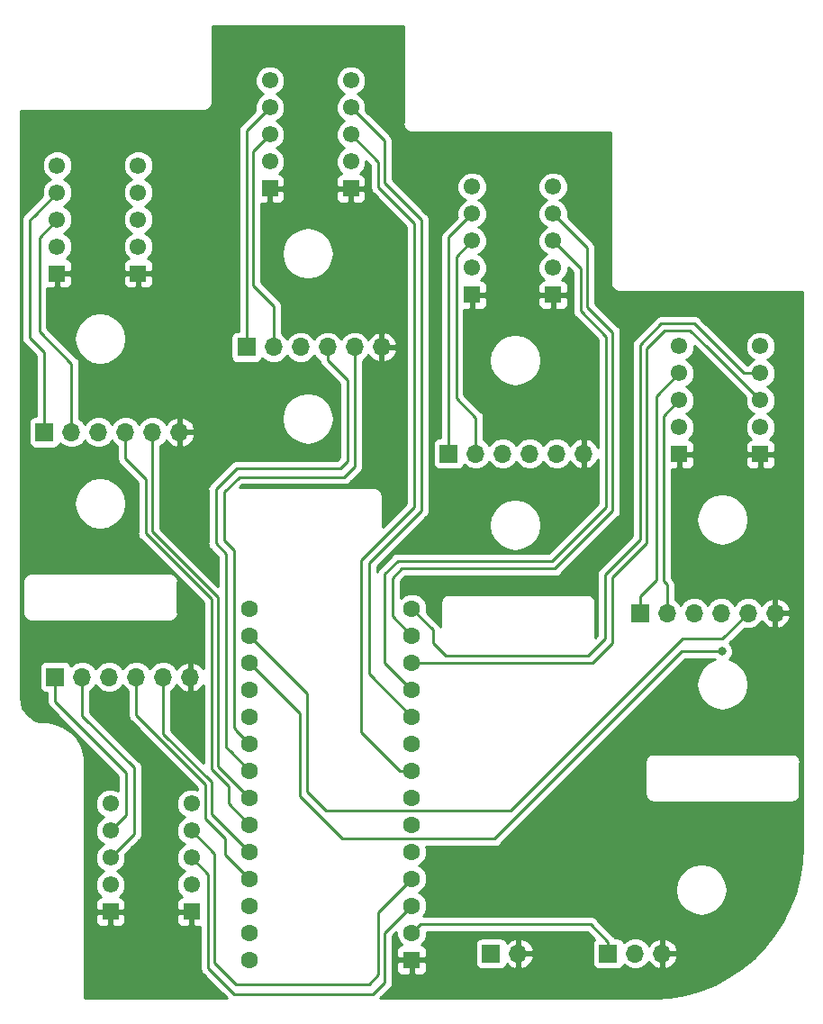
<source format=gtl>
G04 #@! TF.GenerationSoftware,KiCad,Pcbnew,(5.0.2)-1*
G04 #@! TF.CreationDate,2019-03-03T20:13:29+01:00*
G04 #@! TF.ProjectId,DorsalTPMG90,446f7273-616c-4545-904d-4739302e6b69,v01*
G04 #@! TF.SameCoordinates,Original*
G04 #@! TF.FileFunction,Copper,L1,Top*
G04 #@! TF.FilePolarity,Positive*
%FSLAX46Y46*%
G04 Gerber Fmt 4.6, Leading zero omitted, Abs format (unit mm)*
G04 Created by KiCad (PCBNEW (5.0.2)-1) date 03/03/2019 20:13:30*
%MOMM*%
%LPD*%
G01*
G04 APERTURE LIST*
G04 #@! TA.AperFunction,ComponentPad*
%ADD10C,1.550000*%
G04 #@! TD*
G04 #@! TA.AperFunction,ComponentPad*
%ADD11R,1.550000X1.550000*%
G04 #@! TD*
G04 #@! TA.AperFunction,ComponentPad*
%ADD12R,1.600000X1.600000*%
G04 #@! TD*
G04 #@! TA.AperFunction,ComponentPad*
%ADD13C,1.600000*%
G04 #@! TD*
G04 #@! TA.AperFunction,ComponentPad*
%ADD14R,1.700000X1.700000*%
G04 #@! TD*
G04 #@! TA.AperFunction,ComponentPad*
%ADD15O,1.700000X1.700000*%
G04 #@! TD*
G04 #@! TA.AperFunction,ViaPad*
%ADD16C,0.800000*%
G04 #@! TD*
G04 #@! TA.AperFunction,Conductor*
%ADD17C,0.250000*%
G04 #@! TD*
G04 #@! TA.AperFunction,Conductor*
%ADD18C,0.254000*%
G04 #@! TD*
G04 APERTURE END LIST*
D10*
G04 #@! TO.P,U5,9*
G04 #@! TO.N,Vbat*
X114690000Y-66040000D03*
G04 #@! TO.P,U5,8*
G04 #@! TO.N,M24*
X114690000Y-63500000D03*
G04 #@! TO.P,U5,7*
G04 #@! TO.N,M14*
X114690000Y-60960000D03*
G04 #@! TO.P,U5,6*
G04 #@! TO.N,Net-(U5-Pad6)*
X114690000Y-58420000D03*
D11*
G04 #@! TO.P,U5,10*
G04 #@! TO.N,GND*
X114690000Y-68580000D03*
D10*
G04 #@! TO.P,U5,5*
G04 #@! TO.N,Net-(U5-Pad5)*
X122310000Y-58420000D03*
G04 #@! TO.P,U5,4*
G04 #@! TO.N,P7*
X122310000Y-60960000D03*
G04 #@! TO.P,U5,3*
G04 #@! TO.N,P5*
X122310000Y-63500000D03*
G04 #@! TO.P,U5,2*
G04 #@! TO.N,+3V3*
X122310000Y-66040000D03*
D11*
G04 #@! TO.P,U5,1*
G04 #@! TO.N,GND*
X122310000Y-68580000D03*
G04 #@! TD*
D12*
G04 #@! TO.P,U1,1*
G04 #@! TO.N,GND*
X148020000Y-133110000D03*
D13*
G04 #@! TO.P,U1,2*
G04 #@! TO.N,P0*
X148020000Y-130570000D03*
G04 #@! TO.P,U1,3*
G04 #@! TO.N,P1*
X148020000Y-128030000D03*
G04 #@! TO.P,U1,4*
G04 #@! TO.N,P2*
X148020000Y-125490000D03*
G04 #@! TO.P,U1,5*
G04 #@! TO.N,Net-(U1-Pad5)*
X148020000Y-122950000D03*
G04 #@! TO.P,U1,6*
G04 #@! TO.N,Net-(U1-Pad6)*
X148020000Y-120410000D03*
G04 #@! TO.P,U1,7*
G04 #@! TO.N,P5*
X148020000Y-117870000D03*
G04 #@! TO.P,U1,8*
G04 #@! TO.N,P6*
X148020000Y-115330000D03*
G04 #@! TO.P,U1,9*
G04 #@! TO.N,P7*
X148020000Y-112790000D03*
G04 #@! TO.P,U1,10*
G04 #@! TO.N,P8*
X148020000Y-110250000D03*
G04 #@! TO.P,U1,11*
G04 #@! TO.N,P9*
X148020000Y-107710000D03*
G04 #@! TO.P,U1,12*
G04 #@! TO.N,P10*
X148020000Y-105170000D03*
G04 #@! TO.P,U1,13*
G04 #@! TO.N,P11*
X148020000Y-102630000D03*
G04 #@! TO.P,U1,33*
G04 #@! TO.N,Net-(U1-Pad33)*
X132780000Y-133110000D03*
G04 #@! TO.P,U1,32*
G04 #@! TO.N,Net-(U1-Pad32)*
X132780000Y-130570000D03*
G04 #@! TO.P,U1,31*
G04 #@! TO.N,+3V3*
X132780000Y-128030000D03*
G04 #@! TO.P,U1,30*
G04 #@! TO.N,P23*
X132780000Y-125490000D03*
G04 #@! TO.P,U1,29*
G04 #@! TO.N,P22*
X132780000Y-122950000D03*
G04 #@! TO.P,U1,28*
G04 #@! TO.N,P21*
X132780000Y-120410000D03*
G04 #@! TO.P,U1,27*
G04 #@! TO.N,P20*
X132780000Y-117870000D03*
G04 #@! TO.P,U1,26*
G04 #@! TO.N,P19*
X132780000Y-115330000D03*
G04 #@! TO.P,U1,25*
G04 #@! TO.N,P18*
X132780000Y-112790000D03*
G04 #@! TO.P,U1,24*
G04 #@! TO.N,P17*
X132780000Y-110250000D03*
G04 #@! TO.P,U1,23*
G04 #@! TO.N,P16*
X132780000Y-107710000D03*
G04 #@! TO.P,U1,22*
G04 #@! TO.N,P15*
X132780000Y-105170000D03*
G04 #@! TO.P,U1,21*
G04 #@! TO.N,P14*
X132780000Y-102630000D03*
G04 #@! TO.P,U1,14*
G04 #@! TO.N,P12*
X148020000Y-100090000D03*
G04 #@! TO.P,U1,20*
G04 #@! TO.N,Net-(U1-Pad20)*
X132780000Y-100090000D03*
G04 #@! TD*
D14*
G04 #@! TO.P,J1,1*
G04 #@! TO.N,P0*
X166500000Y-132500000D03*
D15*
G04 #@! TO.P,J1,2*
G04 #@! TO.N,Vbat*
X169040000Y-132500000D03*
G04 #@! TO.P,J1,3*
G04 #@! TO.N,GND*
X171580000Y-132500000D03*
G04 #@! TD*
G04 #@! TO.P,J2,6*
G04 #@! TO.N,GND*
X126200000Y-83500000D03*
G04 #@! TO.P,J2,5*
G04 #@! TO.N,P20*
X123660000Y-83500000D03*
G04 #@! TO.P,J2,4*
G04 #@! TO.N,P21*
X121120000Y-83500000D03*
G04 #@! TO.P,J2,3*
G04 #@! TO.N,+3V3*
X118580000Y-83500000D03*
G04 #@! TO.P,J2,2*
G04 #@! TO.N,M24*
X116040000Y-83500000D03*
D14*
G04 #@! TO.P,J2,1*
G04 #@! TO.N,M14*
X113500000Y-83500000D03*
G04 #@! TD*
G04 #@! TO.P,J3,1*
G04 #@! TO.N,M15*
X114500000Y-106500000D03*
D15*
G04 #@! TO.P,J3,2*
G04 #@! TO.N,M25*
X117040000Y-106500000D03*
G04 #@! TO.P,J3,3*
G04 #@! TO.N,+3V3*
X119580000Y-106500000D03*
G04 #@! TO.P,J3,4*
G04 #@! TO.N,P23*
X122120000Y-106500000D03*
G04 #@! TO.P,J3,5*
G04 #@! TO.N,P22*
X124660000Y-106500000D03*
G04 #@! TO.P,J3,6*
G04 #@! TO.N,GND*
X127200000Y-106500000D03*
G04 #@! TD*
D14*
G04 #@! TO.P,J4,1*
G04 #@! TO.N,M11*
X169500000Y-100500000D03*
D15*
G04 #@! TO.P,J4,2*
G04 #@! TO.N,M21*
X172040000Y-100500000D03*
G04 #@! TO.P,J4,3*
G04 #@! TO.N,+3V3*
X174580000Y-100500000D03*
G04 #@! TO.P,J4,4*
G04 #@! TO.N,P15*
X177120000Y-100500000D03*
G04 #@! TO.P,J4,5*
G04 #@! TO.N,P14*
X179660000Y-100500000D03*
G04 #@! TO.P,J4,6*
G04 #@! TO.N,GND*
X182200000Y-100500000D03*
G04 #@! TD*
G04 #@! TO.P,J5,6*
G04 #@! TO.N,GND*
X164200000Y-85500000D03*
G04 #@! TO.P,J5,5*
G04 #@! TO.N,P16*
X161660000Y-85500000D03*
G04 #@! TO.P,J5,4*
G04 #@! TO.N,P17*
X159120000Y-85500000D03*
G04 #@! TO.P,J5,3*
G04 #@! TO.N,+3V3*
X156580000Y-85500000D03*
G04 #@! TO.P,J5,2*
G04 #@! TO.N,M22*
X154040000Y-85500000D03*
D14*
G04 #@! TO.P,J5,1*
G04 #@! TO.N,M12*
X151500000Y-85500000D03*
G04 #@! TD*
G04 #@! TO.P,J6,1*
G04 #@! TO.N,M13*
X132500000Y-75500000D03*
D15*
G04 #@! TO.P,J6,2*
G04 #@! TO.N,M23*
X135040000Y-75500000D03*
G04 #@! TO.P,J6,3*
G04 #@! TO.N,+3V3*
X137580000Y-75500000D03*
G04 #@! TO.P,J6,4*
G04 #@! TO.N,P19*
X140120000Y-75500000D03*
G04 #@! TO.P,J6,5*
G04 #@! TO.N,P18*
X142660000Y-75500000D03*
G04 #@! TO.P,J6,6*
G04 #@! TO.N,GND*
X145200000Y-75500000D03*
G04 #@! TD*
D10*
G04 #@! TO.P,U2,9*
G04 #@! TO.N,Vbat*
X173190000Y-83040000D03*
G04 #@! TO.P,U2,8*
G04 #@! TO.N,M21*
X173190000Y-80500000D03*
G04 #@! TO.P,U2,7*
G04 #@! TO.N,M11*
X173190000Y-77960000D03*
G04 #@! TO.P,U2,6*
G04 #@! TO.N,Net-(U2-Pad6)*
X173190000Y-75420000D03*
D11*
G04 #@! TO.P,U2,10*
G04 #@! TO.N,GND*
X173190000Y-85580000D03*
D10*
G04 #@! TO.P,U2,5*
G04 #@! TO.N,Net-(U2-Pad5)*
X180810000Y-75420000D03*
G04 #@! TO.P,U2,4*
G04 #@! TO.N,P12*
X180810000Y-77960000D03*
G04 #@! TO.P,U2,3*
G04 #@! TO.N,P10*
X180810000Y-80500000D03*
G04 #@! TO.P,U2,2*
G04 #@! TO.N,+3V3*
X180810000Y-83040000D03*
D11*
G04 #@! TO.P,U2,1*
G04 #@! TO.N,GND*
X180810000Y-85580000D03*
G04 #@! TD*
G04 #@! TO.P,U3,1*
G04 #@! TO.N,GND*
X161310000Y-70580000D03*
D10*
G04 #@! TO.P,U3,2*
G04 #@! TO.N,+3V3*
X161310000Y-68040000D03*
G04 #@! TO.P,U3,3*
G04 #@! TO.N,P9*
X161310000Y-65500000D03*
G04 #@! TO.P,U3,4*
G04 #@! TO.N,P11*
X161310000Y-62960000D03*
G04 #@! TO.P,U3,5*
G04 #@! TO.N,Net-(U3-Pad5)*
X161310000Y-60420000D03*
D11*
G04 #@! TO.P,U3,10*
G04 #@! TO.N,GND*
X153690000Y-70580000D03*
D10*
G04 #@! TO.P,U3,6*
G04 #@! TO.N,Net-(U3-Pad6)*
X153690000Y-60420000D03*
G04 #@! TO.P,U3,7*
G04 #@! TO.N,M12*
X153690000Y-62960000D03*
G04 #@! TO.P,U3,8*
G04 #@! TO.N,M22*
X153690000Y-65500000D03*
G04 #@! TO.P,U3,9*
G04 #@! TO.N,Vbat*
X153690000Y-68040000D03*
G04 #@! TD*
D11*
G04 #@! TO.P,U4,1*
G04 #@! TO.N,GND*
X142310000Y-60580000D03*
D10*
G04 #@! TO.P,U4,2*
G04 #@! TO.N,+3V3*
X142310000Y-58040000D03*
G04 #@! TO.P,U4,3*
G04 #@! TO.N,P6*
X142310000Y-55500000D03*
G04 #@! TO.P,U4,4*
G04 #@! TO.N,P8*
X142310000Y-52960000D03*
G04 #@! TO.P,U4,5*
G04 #@! TO.N,Net-(U4-Pad5)*
X142310000Y-50420000D03*
D11*
G04 #@! TO.P,U4,10*
G04 #@! TO.N,GND*
X134690000Y-60580000D03*
D10*
G04 #@! TO.P,U4,6*
G04 #@! TO.N,Net-(U4-Pad6)*
X134690000Y-50420000D03*
G04 #@! TO.P,U4,7*
G04 #@! TO.N,M13*
X134690000Y-52960000D03*
G04 #@! TO.P,U4,8*
G04 #@! TO.N,M23*
X134690000Y-55500000D03*
G04 #@! TO.P,U4,9*
G04 #@! TO.N,Vbat*
X134690000Y-58040000D03*
G04 #@! TD*
G04 #@! TO.P,U6,9*
G04 #@! TO.N,Vbat*
X119690000Y-126040000D03*
G04 #@! TO.P,U6,8*
G04 #@! TO.N,M25*
X119690000Y-123500000D03*
G04 #@! TO.P,U6,7*
G04 #@! TO.N,M15*
X119690000Y-120960000D03*
G04 #@! TO.P,U6,6*
G04 #@! TO.N,Net-(U6-Pad6)*
X119690000Y-118420000D03*
D11*
G04 #@! TO.P,U6,10*
G04 #@! TO.N,GND*
X119690000Y-128580000D03*
D10*
G04 #@! TO.P,U6,5*
G04 #@! TO.N,Net-(U6-Pad5)*
X127310000Y-118420000D03*
G04 #@! TO.P,U6,4*
G04 #@! TO.N,P2*
X127310000Y-120960000D03*
G04 #@! TO.P,U6,3*
G04 #@! TO.N,P1*
X127310000Y-123500000D03*
G04 #@! TO.P,U6,2*
G04 #@! TO.N,+3V3*
X127310000Y-126040000D03*
D11*
G04 #@! TO.P,U6,1*
G04 #@! TO.N,GND*
X127310000Y-128580000D03*
G04 #@! TD*
D14*
G04 #@! TO.P,J7,1*
G04 #@! TO.N,Vbat*
X155500000Y-132500000D03*
D15*
G04 #@! TO.P,J7,2*
G04 #@! TO.N,GND*
X158040000Y-132500000D03*
G04 #@! TD*
D16*
G04 #@! TO.N,P15*
X177200000Y-104100000D03*
G04 #@! TD*
D17*
G04 #@! TO.N,P0*
X166500000Y-131400000D02*
X166500000Y-132500000D01*
X164870001Y-129770001D02*
X166500000Y-131400000D01*
X148819999Y-129770001D02*
X164870001Y-129770001D01*
X148020000Y-130570000D02*
X148819999Y-129770001D01*
G04 #@! TO.N,P20*
X123660000Y-91860000D02*
X123660000Y-83500000D01*
X123660000Y-92860000D02*
X123660000Y-91860000D01*
X129800000Y-99000000D02*
X123660000Y-92860000D01*
X132780000Y-117870000D02*
X129800000Y-114890000D01*
X129800000Y-114890000D02*
X129800000Y-99000000D01*
G04 #@! TO.N,P21*
X129200000Y-115200000D02*
X129200000Y-99200000D01*
X130800000Y-116800000D02*
X129200000Y-115200000D01*
X132780000Y-120410000D02*
X130800000Y-118430000D01*
X130800000Y-118430000D02*
X130800000Y-116800000D01*
X121120000Y-84702081D02*
X121100000Y-84722081D01*
X121120000Y-83500000D02*
X121120000Y-84702081D01*
X121100000Y-84722081D02*
X121100000Y-86000000D01*
X123000000Y-87900000D02*
X123000000Y-93000000D01*
X121100000Y-86000000D02*
X123000000Y-87900000D01*
X129200000Y-99200000D02*
X123000000Y-93000000D01*
G04 #@! TO.N,M24*
X116040000Y-77040000D02*
X116040000Y-83500000D01*
X113000000Y-74000000D02*
X116040000Y-77040000D01*
X114690000Y-63500000D02*
X113000000Y-65190000D01*
X113000000Y-65190000D02*
X113000000Y-74000000D01*
G04 #@! TO.N,M14*
X113500000Y-83500000D02*
X113500000Y-83100000D01*
X113500000Y-83500000D02*
X113500000Y-76000000D01*
X112500000Y-63150000D02*
X114690000Y-60960000D01*
X113500000Y-76000000D02*
X112500000Y-75000000D01*
D18*
X112100000Y-63550000D02*
X112500000Y-63150000D01*
X112500000Y-75000000D02*
X112100000Y-74600000D01*
X112100000Y-74600000D02*
X112100000Y-63550000D01*
D17*
G04 #@! TO.N,M15*
X121200000Y-119450000D02*
X119690000Y-120960000D01*
X121200000Y-115500000D02*
X121200000Y-119450000D01*
X114500000Y-106500000D02*
X114500000Y-108800000D01*
X114500000Y-108800000D02*
X121200000Y-115500000D01*
G04 #@! TO.N,M25*
X121900000Y-121290000D02*
X121190000Y-122000000D01*
X121900000Y-115000000D02*
X121900000Y-121290000D01*
X117040000Y-110140000D02*
X121900000Y-115000000D01*
X117040000Y-106500000D02*
X117040000Y-110140000D01*
X119690000Y-123500000D02*
X121190000Y-122000000D01*
X121190000Y-122000000D02*
X121300000Y-121890000D01*
G04 #@! TO.N,P23*
X122120000Y-106500000D02*
X122120000Y-110120000D01*
X122120000Y-110120000D02*
X128600000Y-116600000D01*
X132780000Y-125490000D02*
X130500000Y-123210000D01*
X130500000Y-121700000D02*
X128600000Y-119800000D01*
X130500000Y-123210000D02*
X130500000Y-121700000D01*
X128600000Y-116600000D02*
X128600000Y-119800000D01*
G04 #@! TO.N,P22*
X129200000Y-119370000D02*
X132780000Y-122950000D01*
X129200000Y-116400000D02*
X129200000Y-119370000D01*
X124660000Y-111860000D02*
X129200000Y-116400000D01*
X124660000Y-111500000D02*
X124660000Y-111860000D01*
X124660000Y-106500000D02*
X124660000Y-111500000D01*
G04 #@! TO.N,M11*
X169500000Y-98900000D02*
X169500000Y-100500000D01*
X171000000Y-97400000D02*
X169500000Y-98900000D01*
X173190000Y-77960000D02*
X171000000Y-80150000D01*
X171000000Y-80150000D02*
X171000000Y-97400000D01*
G04 #@! TO.N,M21*
X172040000Y-97840000D02*
X172040000Y-100500000D01*
X171700000Y-97500000D02*
X172040000Y-97840000D01*
X173190000Y-80500000D02*
X171700000Y-81990000D01*
X171700000Y-81990000D02*
X171700000Y-97500000D01*
G04 #@! TO.N,P15*
X137500000Y-109890000D02*
X137500000Y-117700000D01*
X137500000Y-117700000D02*
X141500000Y-121700000D01*
X141500000Y-121700000D02*
X155800000Y-121700000D01*
X132780000Y-105170000D02*
X137500000Y-109890000D01*
D18*
X176634315Y-104100000D02*
X173400000Y-104100000D01*
X177200000Y-104100000D02*
X176634315Y-104100000D01*
D17*
X155800000Y-121700000D02*
X173400000Y-104100000D01*
G04 #@! TO.N,P14*
X177260000Y-102900000D02*
X179660000Y-100500000D01*
X132780000Y-102630000D02*
X138200000Y-108050000D01*
X138200000Y-108050000D02*
X138200000Y-117300000D01*
X138200000Y-117300000D02*
X140000000Y-119100000D01*
X140000000Y-119100000D02*
X157300000Y-119100000D01*
X157300000Y-119100000D02*
X173500000Y-102900000D01*
X173500000Y-102900000D02*
X177260000Y-102900000D01*
G04 #@! TO.N,M22*
X154040000Y-82140000D02*
X154040000Y-85500000D01*
X152200000Y-80300000D02*
X154040000Y-82140000D01*
X153690000Y-65500000D02*
X152200000Y-66990000D01*
X152200000Y-66990000D02*
X152200000Y-80300000D01*
G04 #@! TO.N,M12*
X151500000Y-65150000D02*
X151500000Y-85500000D01*
X153690000Y-62960000D02*
X151500000Y-65150000D01*
G04 #@! TO.N,M13*
X132500000Y-55150000D02*
X132500000Y-75500000D01*
X134690000Y-52960000D02*
X132500000Y-55150000D01*
G04 #@! TO.N,M23*
X135040000Y-71640000D02*
X135040000Y-75500000D01*
X133100000Y-69700000D02*
X135040000Y-71640000D01*
X134690000Y-55500000D02*
X133100000Y-57090000D01*
X133100000Y-57090000D02*
X133100000Y-69700000D01*
G04 #@! TO.N,P19*
X130950000Y-113500000D02*
X130749990Y-113299990D01*
X132780000Y-115330000D02*
X130950000Y-113500000D01*
X140120000Y-76702081D02*
X140120000Y-75500000D01*
X142000000Y-78582081D02*
X140120000Y-76702081D01*
X141300000Y-86900000D02*
X142000000Y-86200000D01*
X130950000Y-113500000D02*
X130600000Y-113150000D01*
X130600000Y-113150000D02*
X130600000Y-94936410D01*
X129600000Y-93936410D02*
X129600000Y-88863590D01*
X142000000Y-86200000D02*
X142000000Y-78582081D01*
X130600000Y-94936410D02*
X129600000Y-93936410D01*
X129600000Y-88863590D02*
X131563590Y-86900000D01*
X131563590Y-86900000D02*
X141300000Y-86900000D01*
G04 #@! TO.N,P18*
X142660000Y-86740000D02*
X142660000Y-75500000D01*
X141700000Y-87700000D02*
X142660000Y-86740000D01*
X131800000Y-87700000D02*
X141700000Y-87700000D01*
X130400000Y-89100000D02*
X131800000Y-87700000D01*
X131490000Y-111500000D02*
X131490000Y-111490000D01*
X132780000Y-112790000D02*
X131490000Y-111500000D01*
X131300000Y-111300000D02*
X131300000Y-94600000D01*
X131300000Y-94600000D02*
X130400000Y-93700000D01*
X131490000Y-111490000D02*
X131300000Y-111300000D01*
X130400000Y-93700000D02*
X130400000Y-89100000D01*
G04 #@! TO.N,P12*
X179260000Y-77960000D02*
X180810000Y-77960000D01*
X174600000Y-73300000D02*
X179260000Y-77960000D01*
X171500000Y-73300000D02*
X174600000Y-73300000D01*
X169500000Y-93600000D02*
X169500000Y-75300000D01*
X166200000Y-96900000D02*
X169500000Y-93600000D01*
X148020000Y-100090000D02*
X150000000Y-102070000D01*
X150000000Y-102070000D02*
X150000000Y-103300000D01*
X150000000Y-103300000D02*
X151200000Y-104500000D01*
X169500000Y-75300000D02*
X171500000Y-73300000D01*
X151200000Y-104500000D02*
X164600000Y-104500000D01*
X164600000Y-104500000D02*
X166200000Y-102900000D01*
X166200000Y-102900000D02*
X166200000Y-96900000D01*
G04 #@! TO.N,P11*
X146200000Y-100810000D02*
X148020000Y-102630000D01*
X146200000Y-97200000D02*
X146200000Y-100810000D01*
X147100000Y-96300000D02*
X146200000Y-97200000D01*
X164500000Y-71700000D02*
X166900000Y-74100000D01*
X164500000Y-66150000D02*
X164500000Y-71700000D01*
X166900000Y-74100000D02*
X166900000Y-90900000D01*
X161310000Y-62960000D02*
X164500000Y-66150000D01*
X166900000Y-90900000D02*
X161500000Y-96300000D01*
X161500000Y-96300000D02*
X147100000Y-96300000D01*
G04 #@! TO.N,P10*
X148020000Y-105170000D02*
X165030000Y-105170000D01*
X165030000Y-105170000D02*
X166900000Y-103300000D01*
X166900000Y-103300000D02*
X166900000Y-97100000D01*
X175900000Y-75590000D02*
X180810000Y-80500000D01*
X166900000Y-97100000D02*
X170100000Y-93900000D01*
X170100000Y-93900000D02*
X170100000Y-75600000D01*
X170100000Y-75600000D02*
X171800000Y-73900000D01*
X175890000Y-75590000D02*
X174200000Y-73900000D01*
X175900000Y-75590000D02*
X175890000Y-75590000D01*
X171800000Y-73900000D02*
X174200000Y-73900000D01*
G04 #@! TO.N,P9*
X145500000Y-105190000D02*
X145510000Y-105200000D01*
X145500000Y-96800000D02*
X145500000Y-105190000D01*
X146700000Y-95600000D02*
X145500000Y-96800000D01*
X163900000Y-68090000D02*
X163900000Y-72100000D01*
X161310000Y-65500000D02*
X163900000Y-68090000D01*
X163900000Y-72100000D02*
X166300000Y-74500000D01*
X145510000Y-105200000D02*
X148020000Y-107710000D01*
X166300000Y-74500000D02*
X166300000Y-90500000D01*
X166300000Y-90500000D02*
X161200000Y-95600000D01*
X161200000Y-95600000D02*
X146700000Y-95600000D01*
G04 #@! TO.N,P8*
X145450000Y-60050000D02*
X145450000Y-56100000D01*
X142310000Y-52960000D02*
X145450000Y-56100000D01*
X148020000Y-110250000D02*
X144000000Y-106230000D01*
X144000000Y-106230000D02*
X144000000Y-95800000D01*
X144000000Y-95800000D02*
X148900000Y-90900000D01*
X148900000Y-63500000D02*
X145450000Y-60050000D01*
X148900000Y-90900000D02*
X148900000Y-63500000D01*
G04 #@! TO.N,P6*
X148020000Y-115330000D02*
X146888630Y-115330000D01*
X142310000Y-55500000D02*
X144900000Y-58090000D01*
X144900000Y-58090000D02*
X144900000Y-60500000D01*
X144900000Y-60500000D02*
X148300000Y-63900000D01*
X148300000Y-63900000D02*
X148300000Y-90500000D01*
X143300000Y-111741370D02*
X143358630Y-111800000D01*
X143300000Y-95500000D02*
X143300000Y-111741370D01*
X146888630Y-115330000D02*
X143358630Y-111800000D01*
X148300000Y-90500000D02*
X143300000Y-95500000D01*
G04 #@! TO.N,P2*
X144900000Y-128610000D02*
X148020000Y-125490000D01*
X129500000Y-123150000D02*
X129500000Y-133400000D01*
X127310000Y-120960000D02*
X129500000Y-123150000D01*
X129500000Y-133400000D02*
X131500000Y-135400000D01*
X131500000Y-135400000D02*
X144000000Y-135400000D01*
X144000000Y-135400000D02*
X144900000Y-134500000D01*
X144900000Y-134500000D02*
X144900000Y-128610000D01*
G04 #@! TO.N,P1*
X148020000Y-128030000D02*
X145500000Y-130550000D01*
X145500000Y-130550000D02*
X145500000Y-134636410D01*
X130800000Y-135800000D02*
X130500000Y-135500000D01*
X128900000Y-133900000D02*
X130500000Y-135500000D01*
X127310000Y-123500000D02*
X128900000Y-125090000D01*
X128900000Y-125090000D02*
X128900000Y-133900000D01*
D18*
X145500000Y-135200000D02*
X145500000Y-134636410D01*
X144400000Y-136300000D02*
X145500000Y-135200000D01*
X130800000Y-135800000D02*
X131300000Y-136300000D01*
X131300000Y-136300000D02*
X144400000Y-136300000D01*
G04 #@! TD*
G04 #@! TO.N,GND*
G36*
X147215001Y-54422679D02*
X147199621Y-54500000D01*
X147260546Y-54806292D01*
X147434047Y-55065953D01*
X147693708Y-55239454D01*
X147922684Y-55285000D01*
X148000000Y-55300379D01*
X148077316Y-55285000D01*
X166715000Y-55285000D01*
X166715001Y-69422679D01*
X166699621Y-69500000D01*
X166760546Y-69806292D01*
X166934047Y-70065953D01*
X167193708Y-70239454D01*
X167422684Y-70285000D01*
X167500000Y-70300379D01*
X167577316Y-70285000D01*
X184715000Y-70285000D01*
X184715001Y-122479762D01*
X184638664Y-123961094D01*
X184413581Y-125406697D01*
X184041091Y-126821512D01*
X183525144Y-128190538D01*
X182871205Y-129499278D01*
X182086191Y-130733881D01*
X181178437Y-131881236D01*
X180157553Y-132929204D01*
X179034349Y-133866684D01*
X177820729Y-134683741D01*
X176529553Y-135371717D01*
X175174495Y-135923328D01*
X173769920Y-136332723D01*
X172330699Y-136595571D01*
X170857022Y-136710259D01*
X170494843Y-136715000D01*
X145062630Y-136715000D01*
X145985750Y-135791881D01*
X146049371Y-135749371D01*
X146217788Y-135497317D01*
X146262000Y-135275048D01*
X146262000Y-135275043D01*
X146276927Y-135200000D01*
X146262000Y-135124957D01*
X146262000Y-134561362D01*
X146260000Y-134551307D01*
X146260000Y-133395750D01*
X146585000Y-133395750D01*
X146585000Y-134036309D01*
X146681673Y-134269698D01*
X146860301Y-134448327D01*
X147093690Y-134545000D01*
X147734250Y-134545000D01*
X147893000Y-134386250D01*
X147893000Y-133237000D01*
X148147000Y-133237000D01*
X148147000Y-134386250D01*
X148305750Y-134545000D01*
X148946310Y-134545000D01*
X149179699Y-134448327D01*
X149358327Y-134269698D01*
X149455000Y-134036309D01*
X149455000Y-133395750D01*
X149296250Y-133237000D01*
X148147000Y-133237000D01*
X147893000Y-133237000D01*
X146743750Y-133237000D01*
X146585000Y-133395750D01*
X146260000Y-133395750D01*
X146260000Y-130864801D01*
X146585000Y-130539801D01*
X146585000Y-130855439D01*
X146803466Y-131382862D01*
X147095604Y-131675000D01*
X147093690Y-131675000D01*
X146860301Y-131771673D01*
X146681673Y-131950302D01*
X146585000Y-132183691D01*
X146585000Y-132824250D01*
X146743750Y-132983000D01*
X147893000Y-132983000D01*
X147893000Y-132963000D01*
X148147000Y-132963000D01*
X148147000Y-132983000D01*
X149296250Y-132983000D01*
X149455000Y-132824250D01*
X149455000Y-132183691D01*
X149358327Y-131950302D01*
X149179699Y-131771673D01*
X148946310Y-131675000D01*
X148944396Y-131675000D01*
X148969396Y-131650000D01*
X154002560Y-131650000D01*
X154002560Y-133350000D01*
X154051843Y-133597765D01*
X154192191Y-133807809D01*
X154402235Y-133948157D01*
X154650000Y-133997440D01*
X156350000Y-133997440D01*
X156597765Y-133948157D01*
X156807809Y-133807809D01*
X156948157Y-133597765D01*
X156968739Y-133494292D01*
X157273076Y-133771645D01*
X157683110Y-133941476D01*
X157913000Y-133820155D01*
X157913000Y-132627000D01*
X158167000Y-132627000D01*
X158167000Y-133820155D01*
X158396890Y-133941476D01*
X158806924Y-133771645D01*
X159235183Y-133381358D01*
X159481486Y-132856892D01*
X159360819Y-132627000D01*
X158167000Y-132627000D01*
X157913000Y-132627000D01*
X157893000Y-132627000D01*
X157893000Y-132373000D01*
X157913000Y-132373000D01*
X157913000Y-131179845D01*
X158167000Y-131179845D01*
X158167000Y-132373000D01*
X159360819Y-132373000D01*
X159481486Y-132143108D01*
X159235183Y-131618642D01*
X158806924Y-131228355D01*
X158396890Y-131058524D01*
X158167000Y-131179845D01*
X157913000Y-131179845D01*
X157683110Y-131058524D01*
X157273076Y-131228355D01*
X156968739Y-131505708D01*
X156948157Y-131402235D01*
X156807809Y-131192191D01*
X156597765Y-131051843D01*
X156350000Y-131002560D01*
X154650000Y-131002560D01*
X154402235Y-131051843D01*
X154192191Y-131192191D01*
X154051843Y-131402235D01*
X154002560Y-131650000D01*
X148969396Y-131650000D01*
X149236534Y-131382862D01*
X149455000Y-130855439D01*
X149455000Y-130530001D01*
X164555200Y-130530001D01*
X165207296Y-131182098D01*
X165192191Y-131192191D01*
X165051843Y-131402235D01*
X165002560Y-131650000D01*
X165002560Y-133350000D01*
X165051843Y-133597765D01*
X165192191Y-133807809D01*
X165402235Y-133948157D01*
X165650000Y-133997440D01*
X167350000Y-133997440D01*
X167597765Y-133948157D01*
X167807809Y-133807809D01*
X167948157Y-133597765D01*
X167957184Y-133552381D01*
X167969375Y-133570625D01*
X168460582Y-133898839D01*
X168893744Y-133985000D01*
X169186256Y-133985000D01*
X169619418Y-133898839D01*
X170110625Y-133570625D01*
X170323843Y-133251522D01*
X170384817Y-133381358D01*
X170813076Y-133771645D01*
X171223110Y-133941476D01*
X171453000Y-133820155D01*
X171453000Y-132627000D01*
X171707000Y-132627000D01*
X171707000Y-133820155D01*
X171936890Y-133941476D01*
X172346924Y-133771645D01*
X172775183Y-133381358D01*
X173021486Y-132856892D01*
X172900819Y-132627000D01*
X171707000Y-132627000D01*
X171453000Y-132627000D01*
X171433000Y-132627000D01*
X171433000Y-132373000D01*
X171453000Y-132373000D01*
X171453000Y-131179845D01*
X171707000Y-131179845D01*
X171707000Y-132373000D01*
X172900819Y-132373000D01*
X173021486Y-132143108D01*
X172775183Y-131618642D01*
X172346924Y-131228355D01*
X171936890Y-131058524D01*
X171707000Y-131179845D01*
X171453000Y-131179845D01*
X171223110Y-131058524D01*
X170813076Y-131228355D01*
X170384817Y-131618642D01*
X170323843Y-131748478D01*
X170110625Y-131429375D01*
X169619418Y-131101161D01*
X169186256Y-131015000D01*
X168893744Y-131015000D01*
X168460582Y-131101161D01*
X167969375Y-131429375D01*
X167957184Y-131447619D01*
X167948157Y-131402235D01*
X167807809Y-131192191D01*
X167597765Y-131051843D01*
X167350000Y-131002560D01*
X167148483Y-131002560D01*
X167090329Y-130915527D01*
X167047929Y-130852071D01*
X166984473Y-130809671D01*
X165460332Y-129285531D01*
X165417930Y-129222072D01*
X165166538Y-129054097D01*
X164944853Y-129010001D01*
X164944848Y-129010001D01*
X164870001Y-128995113D01*
X164795154Y-129010001D01*
X149069395Y-129010001D01*
X149236534Y-128842862D01*
X149455000Y-128315439D01*
X149455000Y-127744561D01*
X149236534Y-127217138D01*
X148832862Y-126813466D01*
X148703784Y-126760000D01*
X148832862Y-126706534D01*
X149039396Y-126500000D01*
X172795000Y-126500000D01*
X172915156Y-127258637D01*
X173263863Y-127943013D01*
X173806987Y-128486137D01*
X174491363Y-128834844D01*
X175250000Y-128955000D01*
X176008637Y-128834844D01*
X176693013Y-128486137D01*
X177236137Y-127943013D01*
X177584844Y-127258637D01*
X177705000Y-126500000D01*
X177584844Y-125741363D01*
X177236137Y-125056987D01*
X176693013Y-124513863D01*
X176008637Y-124165156D01*
X175250000Y-124045000D01*
X174491363Y-124165156D01*
X173806987Y-124513863D01*
X173263863Y-125056987D01*
X172915156Y-125741363D01*
X172795000Y-126500000D01*
X149039396Y-126500000D01*
X149236534Y-126302862D01*
X149455000Y-125775439D01*
X149455000Y-125204561D01*
X149236534Y-124677138D01*
X148832862Y-124273466D01*
X148703784Y-124220000D01*
X148832862Y-124166534D01*
X149236534Y-123762862D01*
X149455000Y-123235439D01*
X149455000Y-122664561D01*
X149370268Y-122460000D01*
X155725153Y-122460000D01*
X155800000Y-122474888D01*
X155874847Y-122460000D01*
X155874852Y-122460000D01*
X156096537Y-122415904D01*
X156347929Y-122247929D01*
X156390331Y-122184470D01*
X164074801Y-114500000D01*
X169949621Y-114500000D01*
X169965001Y-114577321D01*
X169965000Y-117422684D01*
X169949621Y-117500000D01*
X170010546Y-117806292D01*
X170150605Y-118015904D01*
X170184047Y-118065953D01*
X170443708Y-118239454D01*
X170750000Y-118300379D01*
X170827316Y-118285000D01*
X183672684Y-118285000D01*
X183750000Y-118300379D01*
X184056292Y-118239454D01*
X184315953Y-118065953D01*
X184489454Y-117806292D01*
X184535000Y-117577316D01*
X184535000Y-117577315D01*
X184550379Y-117500000D01*
X184535000Y-117422684D01*
X184535000Y-114577316D01*
X184550379Y-114500000D01*
X184489454Y-114193708D01*
X184315953Y-113934047D01*
X184056292Y-113760546D01*
X183827316Y-113715000D01*
X183750000Y-113699621D01*
X183672684Y-113715000D01*
X170827316Y-113715000D01*
X170750000Y-113699621D01*
X170672684Y-113715000D01*
X170443708Y-113760546D01*
X170184047Y-113934047D01*
X170010546Y-114193708D01*
X169949621Y-114500000D01*
X164074801Y-114500000D01*
X173712802Y-104862000D01*
X176498289Y-104862000D01*
X176500067Y-104863778D01*
X176491363Y-104865156D01*
X175806987Y-105213863D01*
X175263863Y-105756987D01*
X174915156Y-106441363D01*
X174795000Y-107200000D01*
X174915156Y-107958637D01*
X175263863Y-108643013D01*
X175806987Y-109186137D01*
X176491363Y-109534844D01*
X177250000Y-109655000D01*
X178008637Y-109534844D01*
X178693013Y-109186137D01*
X179236137Y-108643013D01*
X179584844Y-107958637D01*
X179705000Y-107200000D01*
X179584844Y-106441363D01*
X179236137Y-105756987D01*
X178693013Y-105213863D01*
X178008637Y-104865156D01*
X177913606Y-104850105D01*
X178077431Y-104686280D01*
X178235000Y-104305874D01*
X178235000Y-103894126D01*
X178077431Y-103513720D01*
X177899256Y-103335545D01*
X179293592Y-101941209D01*
X179513744Y-101985000D01*
X179806256Y-101985000D01*
X180239418Y-101898839D01*
X180730625Y-101570625D01*
X180943843Y-101251522D01*
X181004817Y-101381358D01*
X181433076Y-101771645D01*
X181843110Y-101941476D01*
X182073000Y-101820155D01*
X182073000Y-100627000D01*
X182327000Y-100627000D01*
X182327000Y-101820155D01*
X182556890Y-101941476D01*
X182966924Y-101771645D01*
X183395183Y-101381358D01*
X183641486Y-100856892D01*
X183520819Y-100627000D01*
X182327000Y-100627000D01*
X182073000Y-100627000D01*
X182053000Y-100627000D01*
X182053000Y-100373000D01*
X182073000Y-100373000D01*
X182073000Y-99179845D01*
X182327000Y-99179845D01*
X182327000Y-100373000D01*
X183520819Y-100373000D01*
X183641486Y-100143108D01*
X183395183Y-99618642D01*
X182966924Y-99228355D01*
X182556890Y-99058524D01*
X182327000Y-99179845D01*
X182073000Y-99179845D01*
X181843110Y-99058524D01*
X181433076Y-99228355D01*
X181004817Y-99618642D01*
X180943843Y-99748478D01*
X180730625Y-99429375D01*
X180239418Y-99101161D01*
X179806256Y-99015000D01*
X179513744Y-99015000D01*
X179080582Y-99101161D01*
X178589375Y-99429375D01*
X178390000Y-99727761D01*
X178190625Y-99429375D01*
X177699418Y-99101161D01*
X177266256Y-99015000D01*
X176973744Y-99015000D01*
X176540582Y-99101161D01*
X176049375Y-99429375D01*
X175850000Y-99727761D01*
X175650625Y-99429375D01*
X175159418Y-99101161D01*
X174726256Y-99015000D01*
X174433744Y-99015000D01*
X174000582Y-99101161D01*
X173509375Y-99429375D01*
X173310000Y-99727761D01*
X173110625Y-99429375D01*
X172800000Y-99221822D01*
X172800000Y-97914848D01*
X172814888Y-97840000D01*
X172800000Y-97765152D01*
X172800000Y-97765148D01*
X172755904Y-97543463D01*
X172587929Y-97292071D01*
X172524470Y-97249669D01*
X172460000Y-97185199D01*
X172460000Y-91700000D01*
X174795000Y-91700000D01*
X174915156Y-92458637D01*
X175263863Y-93143013D01*
X175806987Y-93686137D01*
X176491363Y-94034844D01*
X177250000Y-94155000D01*
X178008637Y-94034844D01*
X178693013Y-93686137D01*
X179236137Y-93143013D01*
X179584844Y-92458637D01*
X179705000Y-91700000D01*
X179584844Y-90941363D01*
X179236137Y-90256987D01*
X178693013Y-89713863D01*
X178008637Y-89365156D01*
X177250000Y-89245000D01*
X176491363Y-89365156D01*
X175806987Y-89713863D01*
X175263863Y-90256987D01*
X174915156Y-90941363D01*
X174795000Y-91700000D01*
X172460000Y-91700000D01*
X172460000Y-86990000D01*
X172904250Y-86990000D01*
X173063000Y-86831250D01*
X173063000Y-85707000D01*
X173317000Y-85707000D01*
X173317000Y-86831250D01*
X173475750Y-86990000D01*
X174091310Y-86990000D01*
X174324699Y-86893327D01*
X174503327Y-86714698D01*
X174600000Y-86481309D01*
X174600000Y-85865750D01*
X179400000Y-85865750D01*
X179400000Y-86481310D01*
X179496673Y-86714699D01*
X179675302Y-86893327D01*
X179908691Y-86990000D01*
X180524250Y-86990000D01*
X180683000Y-86831250D01*
X180683000Y-85707000D01*
X180937000Y-85707000D01*
X180937000Y-86831250D01*
X181095750Y-86990000D01*
X181711309Y-86990000D01*
X181944698Y-86893327D01*
X182123327Y-86714699D01*
X182220000Y-86481310D01*
X182220000Y-85865750D01*
X182061250Y-85707000D01*
X180937000Y-85707000D01*
X180683000Y-85707000D01*
X179558750Y-85707000D01*
X179400000Y-85865750D01*
X174600000Y-85865750D01*
X174441250Y-85707000D01*
X173317000Y-85707000D01*
X173063000Y-85707000D01*
X173043000Y-85707000D01*
X173043000Y-85453000D01*
X173063000Y-85453000D01*
X173063000Y-85433000D01*
X173317000Y-85433000D01*
X173317000Y-85453000D01*
X174441250Y-85453000D01*
X174600000Y-85294250D01*
X174600000Y-84678691D01*
X174503327Y-84445302D01*
X174324699Y-84266673D01*
X174091310Y-84170000D01*
X174054042Y-84170000D01*
X174385341Y-83838701D01*
X174600000Y-83320467D01*
X174600000Y-82759533D01*
X174385341Y-82241299D01*
X173988701Y-81844659D01*
X173808458Y-81770000D01*
X173988701Y-81695341D01*
X174385341Y-81298701D01*
X174600000Y-80780467D01*
X174600000Y-80219533D01*
X174385341Y-79701299D01*
X173988701Y-79304659D01*
X173808458Y-79230000D01*
X173988701Y-79155341D01*
X174385341Y-78758701D01*
X174600000Y-78240467D01*
X174600000Y-77679533D01*
X174385341Y-77161299D01*
X173988701Y-76764659D01*
X173808458Y-76690000D01*
X173988701Y-76615341D01*
X174385341Y-76218701D01*
X174600000Y-75700467D01*
X174600000Y-75374802D01*
X175299670Y-76074472D01*
X175342071Y-76137929D01*
X175435667Y-76200468D01*
X179416030Y-80180832D01*
X179400000Y-80219533D01*
X179400000Y-80780467D01*
X179614659Y-81298701D01*
X180011299Y-81695341D01*
X180191542Y-81770000D01*
X180011299Y-81844659D01*
X179614659Y-82241299D01*
X179400000Y-82759533D01*
X179400000Y-83320467D01*
X179614659Y-83838701D01*
X179945958Y-84170000D01*
X179908691Y-84170000D01*
X179675302Y-84266673D01*
X179496673Y-84445301D01*
X179400000Y-84678690D01*
X179400000Y-85294250D01*
X179558750Y-85453000D01*
X180683000Y-85453000D01*
X180683000Y-85433000D01*
X180937000Y-85433000D01*
X180937000Y-85453000D01*
X182061250Y-85453000D01*
X182220000Y-85294250D01*
X182220000Y-84678690D01*
X182123327Y-84445301D01*
X181944698Y-84266673D01*
X181711309Y-84170000D01*
X181674042Y-84170000D01*
X182005341Y-83838701D01*
X182220000Y-83320467D01*
X182220000Y-82759533D01*
X182005341Y-82241299D01*
X181608701Y-81844659D01*
X181428458Y-81770000D01*
X181608701Y-81695341D01*
X182005341Y-81298701D01*
X182220000Y-80780467D01*
X182220000Y-80219533D01*
X182005341Y-79701299D01*
X181608701Y-79304659D01*
X181428458Y-79230000D01*
X181608701Y-79155341D01*
X182005341Y-78758701D01*
X182220000Y-78240467D01*
X182220000Y-77679533D01*
X182005341Y-77161299D01*
X181608701Y-76764659D01*
X181428458Y-76690000D01*
X181608701Y-76615341D01*
X182005341Y-76218701D01*
X182220000Y-75700467D01*
X182220000Y-75139533D01*
X182005341Y-74621299D01*
X181608701Y-74224659D01*
X181090467Y-74010000D01*
X180529533Y-74010000D01*
X180011299Y-74224659D01*
X179614659Y-74621299D01*
X179400000Y-75139533D01*
X179400000Y-75700467D01*
X179614659Y-76218701D01*
X180011299Y-76615341D01*
X180191542Y-76690000D01*
X180011299Y-76764659D01*
X179614659Y-77161299D01*
X179598629Y-77200000D01*
X179574802Y-77200000D01*
X175190331Y-72815530D01*
X175147929Y-72752071D01*
X174896537Y-72584096D01*
X174674852Y-72540000D01*
X174674847Y-72540000D01*
X174600000Y-72525112D01*
X174525153Y-72540000D01*
X171574846Y-72540000D01*
X171499999Y-72525112D01*
X171425152Y-72540000D01*
X171425148Y-72540000D01*
X171203463Y-72584096D01*
X170952071Y-72752071D01*
X170909671Y-72815527D01*
X169015528Y-74709671D01*
X168952072Y-74752071D01*
X168909672Y-74815527D01*
X168909671Y-74815528D01*
X168784097Y-75003463D01*
X168725112Y-75300000D01*
X168740001Y-75374852D01*
X168740000Y-93285198D01*
X165715528Y-96309671D01*
X165652072Y-96352071D01*
X165609672Y-96415527D01*
X165609671Y-96415528D01*
X165484097Y-96603463D01*
X165425112Y-96900000D01*
X165440001Y-96974852D01*
X165440000Y-102585198D01*
X165244556Y-102780642D01*
X165285000Y-102577316D01*
X165285000Y-102577315D01*
X165300379Y-102500000D01*
X165285000Y-102422684D01*
X165285000Y-99577316D01*
X165300379Y-99500000D01*
X165239454Y-99193708D01*
X165065953Y-98934047D01*
X164806292Y-98760546D01*
X164577316Y-98715000D01*
X164500000Y-98699621D01*
X164422684Y-98715000D01*
X151577316Y-98715000D01*
X151500000Y-98699621D01*
X151422684Y-98715000D01*
X151193708Y-98760546D01*
X150934047Y-98934047D01*
X150760546Y-99193708D01*
X150699621Y-99500000D01*
X150715001Y-99577321D01*
X150715000Y-101772109D01*
X150590329Y-101585527D01*
X150547929Y-101522071D01*
X150484473Y-101479671D01*
X149433103Y-100428302D01*
X149455000Y-100375439D01*
X149455000Y-99804561D01*
X149236534Y-99277138D01*
X148832862Y-98873466D01*
X148305439Y-98655000D01*
X147734561Y-98655000D01*
X147207138Y-98873466D01*
X146960000Y-99120604D01*
X146960000Y-97514801D01*
X147414802Y-97060000D01*
X161425153Y-97060000D01*
X161500000Y-97074888D01*
X161574847Y-97060000D01*
X161574852Y-97060000D01*
X161796537Y-97015904D01*
X162047929Y-96847929D01*
X162090331Y-96784470D01*
X167384473Y-91490329D01*
X167447929Y-91447929D01*
X167615904Y-91196537D01*
X167660000Y-90974852D01*
X167660000Y-90974848D01*
X167674888Y-90900001D01*
X167660000Y-90825154D01*
X167660000Y-74174848D01*
X167674888Y-74100000D01*
X167660000Y-74025152D01*
X167660000Y-74025148D01*
X167615904Y-73803463D01*
X167447929Y-73552071D01*
X167384473Y-73509671D01*
X165260000Y-71385199D01*
X165260000Y-66224846D01*
X165274888Y-66149999D01*
X165260000Y-66075152D01*
X165260000Y-66075148D01*
X165215904Y-65853463D01*
X165047929Y-65602071D01*
X164984473Y-65559671D01*
X162703969Y-63279168D01*
X162720000Y-63240467D01*
X162720000Y-62679533D01*
X162505341Y-62161299D01*
X162108701Y-61764659D01*
X161928458Y-61690000D01*
X162108701Y-61615341D01*
X162505341Y-61218701D01*
X162720000Y-60700467D01*
X162720000Y-60139533D01*
X162505341Y-59621299D01*
X162108701Y-59224659D01*
X161590467Y-59010000D01*
X161029533Y-59010000D01*
X160511299Y-59224659D01*
X160114659Y-59621299D01*
X159900000Y-60139533D01*
X159900000Y-60700467D01*
X160114659Y-61218701D01*
X160511299Y-61615341D01*
X160691542Y-61690000D01*
X160511299Y-61764659D01*
X160114659Y-62161299D01*
X159900000Y-62679533D01*
X159900000Y-63240467D01*
X160114659Y-63758701D01*
X160511299Y-64155341D01*
X160691542Y-64230000D01*
X160511299Y-64304659D01*
X160114659Y-64701299D01*
X159900000Y-65219533D01*
X159900000Y-65780467D01*
X160114659Y-66298701D01*
X160511299Y-66695341D01*
X160691542Y-66770000D01*
X160511299Y-66844659D01*
X160114659Y-67241299D01*
X159900000Y-67759533D01*
X159900000Y-68320467D01*
X160114659Y-68838701D01*
X160445958Y-69170000D01*
X160408691Y-69170000D01*
X160175302Y-69266673D01*
X159996673Y-69445301D01*
X159900000Y-69678690D01*
X159900000Y-70294250D01*
X160058750Y-70453000D01*
X161183000Y-70453000D01*
X161183000Y-70433000D01*
X161437000Y-70433000D01*
X161437000Y-70453000D01*
X162561250Y-70453000D01*
X162720000Y-70294250D01*
X162720000Y-69678690D01*
X162623327Y-69445301D01*
X162444698Y-69266673D01*
X162211309Y-69170000D01*
X162174042Y-69170000D01*
X162505341Y-68838701D01*
X162720000Y-68320467D01*
X162720000Y-67984802D01*
X163140000Y-68404802D01*
X163140001Y-72025148D01*
X163125112Y-72100000D01*
X163184097Y-72396537D01*
X163309421Y-72584097D01*
X163352072Y-72647929D01*
X163415528Y-72690329D01*
X165540000Y-74814802D01*
X165540001Y-84927010D01*
X165395183Y-84618642D01*
X164966924Y-84228355D01*
X164556890Y-84058524D01*
X164327000Y-84179845D01*
X164327000Y-85373000D01*
X164347000Y-85373000D01*
X164347000Y-85627000D01*
X164327000Y-85627000D01*
X164327000Y-86820155D01*
X164556890Y-86941476D01*
X164966924Y-86771645D01*
X165395183Y-86381358D01*
X165540001Y-86072990D01*
X165540001Y-90185197D01*
X160885199Y-94840000D01*
X146774846Y-94840000D01*
X146699999Y-94825112D01*
X146625152Y-94840000D01*
X146625148Y-94840000D01*
X146403463Y-94884096D01*
X146152071Y-95052071D01*
X146109671Y-95115527D01*
X145015530Y-96209669D01*
X144952071Y-96252071D01*
X144784096Y-96503464D01*
X144760000Y-96624602D01*
X144760000Y-96114801D01*
X148674802Y-92200000D01*
X155295000Y-92200000D01*
X155415156Y-92958637D01*
X155763863Y-93643013D01*
X156306987Y-94186137D01*
X156991363Y-94534844D01*
X157750000Y-94655000D01*
X158508637Y-94534844D01*
X159193013Y-94186137D01*
X159736137Y-93643013D01*
X160084844Y-92958637D01*
X160205000Y-92200000D01*
X160084844Y-91441363D01*
X159736137Y-90756987D01*
X159193013Y-90213863D01*
X158508637Y-89865156D01*
X157750000Y-89745000D01*
X156991363Y-89865156D01*
X156306987Y-90213863D01*
X155763863Y-90756987D01*
X155415156Y-91441363D01*
X155295000Y-92200000D01*
X148674802Y-92200000D01*
X149384476Y-91490327D01*
X149447929Y-91447929D01*
X149490327Y-91384476D01*
X149490329Y-91384474D01*
X149615903Y-91196538D01*
X149615904Y-91196537D01*
X149660000Y-90974852D01*
X149660000Y-90974848D01*
X149674888Y-90900001D01*
X149660000Y-90825154D01*
X149660000Y-84650000D01*
X150002560Y-84650000D01*
X150002560Y-86350000D01*
X150051843Y-86597765D01*
X150192191Y-86807809D01*
X150402235Y-86948157D01*
X150650000Y-86997440D01*
X152350000Y-86997440D01*
X152597765Y-86948157D01*
X152807809Y-86807809D01*
X152948157Y-86597765D01*
X152957184Y-86552381D01*
X152969375Y-86570625D01*
X153460582Y-86898839D01*
X153893744Y-86985000D01*
X154186256Y-86985000D01*
X154619418Y-86898839D01*
X155110625Y-86570625D01*
X155310000Y-86272239D01*
X155509375Y-86570625D01*
X156000582Y-86898839D01*
X156433744Y-86985000D01*
X156726256Y-86985000D01*
X157159418Y-86898839D01*
X157650625Y-86570625D01*
X157850000Y-86272239D01*
X158049375Y-86570625D01*
X158540582Y-86898839D01*
X158973744Y-86985000D01*
X159266256Y-86985000D01*
X159699418Y-86898839D01*
X160190625Y-86570625D01*
X160390000Y-86272239D01*
X160589375Y-86570625D01*
X161080582Y-86898839D01*
X161513744Y-86985000D01*
X161806256Y-86985000D01*
X162239418Y-86898839D01*
X162730625Y-86570625D01*
X162943843Y-86251522D01*
X163004817Y-86381358D01*
X163433076Y-86771645D01*
X163843110Y-86941476D01*
X164073000Y-86820155D01*
X164073000Y-85627000D01*
X164053000Y-85627000D01*
X164053000Y-85373000D01*
X164073000Y-85373000D01*
X164073000Y-84179845D01*
X163843110Y-84058524D01*
X163433076Y-84228355D01*
X163004817Y-84618642D01*
X162943843Y-84748478D01*
X162730625Y-84429375D01*
X162239418Y-84101161D01*
X161806256Y-84015000D01*
X161513744Y-84015000D01*
X161080582Y-84101161D01*
X160589375Y-84429375D01*
X160390000Y-84727761D01*
X160190625Y-84429375D01*
X159699418Y-84101161D01*
X159266256Y-84015000D01*
X158973744Y-84015000D01*
X158540582Y-84101161D01*
X158049375Y-84429375D01*
X157850000Y-84727761D01*
X157650625Y-84429375D01*
X157159418Y-84101161D01*
X156726256Y-84015000D01*
X156433744Y-84015000D01*
X156000582Y-84101161D01*
X155509375Y-84429375D01*
X155310000Y-84727761D01*
X155110625Y-84429375D01*
X154800000Y-84221822D01*
X154800000Y-82214847D01*
X154814888Y-82140000D01*
X154800000Y-82065153D01*
X154800000Y-82065148D01*
X154755904Y-81843463D01*
X154587929Y-81592071D01*
X154524473Y-81549671D01*
X152960000Y-79985199D01*
X152960000Y-76700000D01*
X155295000Y-76700000D01*
X155415156Y-77458637D01*
X155763863Y-78143013D01*
X156306987Y-78686137D01*
X156991363Y-79034844D01*
X157750000Y-79155000D01*
X158508637Y-79034844D01*
X159193013Y-78686137D01*
X159736137Y-78143013D01*
X160084844Y-77458637D01*
X160205000Y-76700000D01*
X160084844Y-75941363D01*
X159736137Y-75256987D01*
X159193013Y-74713863D01*
X158508637Y-74365156D01*
X157750000Y-74245000D01*
X156991363Y-74365156D01*
X156306987Y-74713863D01*
X155763863Y-75256987D01*
X155415156Y-75941363D01*
X155295000Y-76700000D01*
X152960000Y-76700000D01*
X152960000Y-71990000D01*
X153404250Y-71990000D01*
X153563000Y-71831250D01*
X153563000Y-70707000D01*
X153817000Y-70707000D01*
X153817000Y-71831250D01*
X153975750Y-71990000D01*
X154591310Y-71990000D01*
X154824699Y-71893327D01*
X155003327Y-71714698D01*
X155100000Y-71481309D01*
X155100000Y-70865750D01*
X159900000Y-70865750D01*
X159900000Y-71481310D01*
X159996673Y-71714699D01*
X160175302Y-71893327D01*
X160408691Y-71990000D01*
X161024250Y-71990000D01*
X161183000Y-71831250D01*
X161183000Y-70707000D01*
X161437000Y-70707000D01*
X161437000Y-71831250D01*
X161595750Y-71990000D01*
X162211309Y-71990000D01*
X162444698Y-71893327D01*
X162623327Y-71714699D01*
X162720000Y-71481310D01*
X162720000Y-70865750D01*
X162561250Y-70707000D01*
X161437000Y-70707000D01*
X161183000Y-70707000D01*
X160058750Y-70707000D01*
X159900000Y-70865750D01*
X155100000Y-70865750D01*
X154941250Y-70707000D01*
X153817000Y-70707000D01*
X153563000Y-70707000D01*
X153543000Y-70707000D01*
X153543000Y-70453000D01*
X153563000Y-70453000D01*
X153563000Y-70433000D01*
X153817000Y-70433000D01*
X153817000Y-70453000D01*
X154941250Y-70453000D01*
X155100000Y-70294250D01*
X155100000Y-69678691D01*
X155003327Y-69445302D01*
X154824699Y-69266673D01*
X154591310Y-69170000D01*
X154554042Y-69170000D01*
X154885341Y-68838701D01*
X155100000Y-68320467D01*
X155100000Y-67759533D01*
X154885341Y-67241299D01*
X154488701Y-66844659D01*
X154308458Y-66770000D01*
X154488701Y-66695341D01*
X154885341Y-66298701D01*
X155100000Y-65780467D01*
X155100000Y-65219533D01*
X154885341Y-64701299D01*
X154488701Y-64304659D01*
X154308458Y-64230000D01*
X154488701Y-64155341D01*
X154885341Y-63758701D01*
X155100000Y-63240467D01*
X155100000Y-62679533D01*
X154885341Y-62161299D01*
X154488701Y-61764659D01*
X154308458Y-61690000D01*
X154488701Y-61615341D01*
X154885341Y-61218701D01*
X155100000Y-60700467D01*
X155100000Y-60139533D01*
X154885341Y-59621299D01*
X154488701Y-59224659D01*
X153970467Y-59010000D01*
X153409533Y-59010000D01*
X152891299Y-59224659D01*
X152494659Y-59621299D01*
X152280000Y-60139533D01*
X152280000Y-60700467D01*
X152494659Y-61218701D01*
X152891299Y-61615341D01*
X153071542Y-61690000D01*
X152891299Y-61764659D01*
X152494659Y-62161299D01*
X152280000Y-62679533D01*
X152280000Y-63240467D01*
X152296030Y-63279168D01*
X151015530Y-64559669D01*
X150952071Y-64602071D01*
X150784096Y-64853464D01*
X150740000Y-65075149D01*
X150740000Y-65075153D01*
X150725112Y-65150000D01*
X150740000Y-65224847D01*
X150740001Y-84002560D01*
X150650000Y-84002560D01*
X150402235Y-84051843D01*
X150192191Y-84192191D01*
X150051843Y-84402235D01*
X150002560Y-84650000D01*
X149660000Y-84650000D01*
X149660000Y-63574848D01*
X149674888Y-63500000D01*
X149660000Y-63425152D01*
X149660000Y-63425148D01*
X149615904Y-63203463D01*
X149615904Y-63203462D01*
X149490329Y-63015527D01*
X149447929Y-62952071D01*
X149384473Y-62909671D01*
X146210000Y-59735199D01*
X146210000Y-56174848D01*
X146224888Y-56100000D01*
X146210000Y-56025152D01*
X146210000Y-56025148D01*
X146165904Y-55803463D01*
X145997929Y-55552071D01*
X145934473Y-55509671D01*
X143703969Y-53279168D01*
X143720000Y-53240467D01*
X143720000Y-52679533D01*
X143505341Y-52161299D01*
X143108701Y-51764659D01*
X142928458Y-51690000D01*
X143108701Y-51615341D01*
X143505341Y-51218701D01*
X143720000Y-50700467D01*
X143720000Y-50139533D01*
X143505341Y-49621299D01*
X143108701Y-49224659D01*
X142590467Y-49010000D01*
X142029533Y-49010000D01*
X141511299Y-49224659D01*
X141114659Y-49621299D01*
X140900000Y-50139533D01*
X140900000Y-50700467D01*
X141114659Y-51218701D01*
X141511299Y-51615341D01*
X141691542Y-51690000D01*
X141511299Y-51764659D01*
X141114659Y-52161299D01*
X140900000Y-52679533D01*
X140900000Y-53240467D01*
X141114659Y-53758701D01*
X141511299Y-54155341D01*
X141691542Y-54230000D01*
X141511299Y-54304659D01*
X141114659Y-54701299D01*
X140900000Y-55219533D01*
X140900000Y-55780467D01*
X141114659Y-56298701D01*
X141511299Y-56695341D01*
X141691542Y-56770000D01*
X141511299Y-56844659D01*
X141114659Y-57241299D01*
X140900000Y-57759533D01*
X140900000Y-58320467D01*
X141114659Y-58838701D01*
X141445958Y-59170000D01*
X141408691Y-59170000D01*
X141175302Y-59266673D01*
X140996673Y-59445301D01*
X140900000Y-59678690D01*
X140900000Y-60294250D01*
X141058750Y-60453000D01*
X142183000Y-60453000D01*
X142183000Y-60433000D01*
X142437000Y-60433000D01*
X142437000Y-60453000D01*
X143561250Y-60453000D01*
X143720000Y-60294250D01*
X143720000Y-59678690D01*
X143623327Y-59445301D01*
X143444698Y-59266673D01*
X143211309Y-59170000D01*
X143174042Y-59170000D01*
X143505341Y-58838701D01*
X143720000Y-58320467D01*
X143720000Y-57984802D01*
X144140000Y-58404802D01*
X144140001Y-60425148D01*
X144125112Y-60500000D01*
X144184097Y-60796537D01*
X144293320Y-60960000D01*
X144352072Y-61047929D01*
X144415528Y-61090329D01*
X147540000Y-64214802D01*
X147540001Y-90185197D01*
X145287906Y-92437293D01*
X145285000Y-92422684D01*
X145285000Y-89577316D01*
X145300379Y-89500000D01*
X145239454Y-89193708D01*
X145065953Y-88934047D01*
X144806292Y-88760546D01*
X144577316Y-88715000D01*
X144500000Y-88699621D01*
X144422684Y-88715000D01*
X131859802Y-88715000D01*
X132114802Y-88460000D01*
X141625153Y-88460000D01*
X141700000Y-88474888D01*
X141774847Y-88460000D01*
X141774852Y-88460000D01*
X141996537Y-88415904D01*
X142247929Y-88247929D01*
X142290331Y-88184470D01*
X143144473Y-87330329D01*
X143207929Y-87287929D01*
X143375904Y-87036537D01*
X143420000Y-86814852D01*
X143420000Y-86814848D01*
X143434888Y-86740001D01*
X143420000Y-86665154D01*
X143420000Y-76778178D01*
X143730625Y-76570625D01*
X143943843Y-76251522D01*
X144004817Y-76381358D01*
X144433076Y-76771645D01*
X144843110Y-76941476D01*
X145073000Y-76820155D01*
X145073000Y-75627000D01*
X145327000Y-75627000D01*
X145327000Y-76820155D01*
X145556890Y-76941476D01*
X145966924Y-76771645D01*
X146395183Y-76381358D01*
X146641486Y-75856892D01*
X146520819Y-75627000D01*
X145327000Y-75627000D01*
X145073000Y-75627000D01*
X145053000Y-75627000D01*
X145053000Y-75373000D01*
X145073000Y-75373000D01*
X145073000Y-74179845D01*
X145327000Y-74179845D01*
X145327000Y-75373000D01*
X146520819Y-75373000D01*
X146641486Y-75143108D01*
X146395183Y-74618642D01*
X145966924Y-74228355D01*
X145556890Y-74058524D01*
X145327000Y-74179845D01*
X145073000Y-74179845D01*
X144843110Y-74058524D01*
X144433076Y-74228355D01*
X144004817Y-74618642D01*
X143943843Y-74748478D01*
X143730625Y-74429375D01*
X143239418Y-74101161D01*
X142806256Y-74015000D01*
X142513744Y-74015000D01*
X142080582Y-74101161D01*
X141589375Y-74429375D01*
X141390000Y-74727761D01*
X141190625Y-74429375D01*
X140699418Y-74101161D01*
X140266256Y-74015000D01*
X139973744Y-74015000D01*
X139540582Y-74101161D01*
X139049375Y-74429375D01*
X138850000Y-74727761D01*
X138650625Y-74429375D01*
X138159418Y-74101161D01*
X137726256Y-74015000D01*
X137433744Y-74015000D01*
X137000582Y-74101161D01*
X136509375Y-74429375D01*
X136310000Y-74727761D01*
X136110625Y-74429375D01*
X135800000Y-74221822D01*
X135800000Y-71714846D01*
X135814888Y-71639999D01*
X135800000Y-71565152D01*
X135800000Y-71565148D01*
X135755904Y-71343463D01*
X135714102Y-71280902D01*
X135630329Y-71155526D01*
X135630327Y-71155524D01*
X135587929Y-71092071D01*
X135524476Y-71049673D01*
X133860000Y-69385199D01*
X133860000Y-66700000D01*
X135795000Y-66700000D01*
X135915156Y-67458637D01*
X136263863Y-68143013D01*
X136806987Y-68686137D01*
X137491363Y-69034844D01*
X138250000Y-69155000D01*
X139008637Y-69034844D01*
X139693013Y-68686137D01*
X140236137Y-68143013D01*
X140584844Y-67458637D01*
X140705000Y-66700000D01*
X140584844Y-65941363D01*
X140236137Y-65256987D01*
X139693013Y-64713863D01*
X139008637Y-64365156D01*
X138250000Y-64245000D01*
X137491363Y-64365156D01*
X136806987Y-64713863D01*
X136263863Y-65256987D01*
X135915156Y-65941363D01*
X135795000Y-66700000D01*
X133860000Y-66700000D01*
X133860000Y-61990000D01*
X134404250Y-61990000D01*
X134563000Y-61831250D01*
X134563000Y-60707000D01*
X134817000Y-60707000D01*
X134817000Y-61831250D01*
X134975750Y-61990000D01*
X135591310Y-61990000D01*
X135824699Y-61893327D01*
X136003327Y-61714698D01*
X136100000Y-61481309D01*
X136100000Y-60865750D01*
X140900000Y-60865750D01*
X140900000Y-61481310D01*
X140996673Y-61714699D01*
X141175302Y-61893327D01*
X141408691Y-61990000D01*
X142024250Y-61990000D01*
X142183000Y-61831250D01*
X142183000Y-60707000D01*
X142437000Y-60707000D01*
X142437000Y-61831250D01*
X142595750Y-61990000D01*
X143211309Y-61990000D01*
X143444698Y-61893327D01*
X143623327Y-61714699D01*
X143720000Y-61481310D01*
X143720000Y-60865750D01*
X143561250Y-60707000D01*
X142437000Y-60707000D01*
X142183000Y-60707000D01*
X141058750Y-60707000D01*
X140900000Y-60865750D01*
X136100000Y-60865750D01*
X135941250Y-60707000D01*
X134817000Y-60707000D01*
X134563000Y-60707000D01*
X134543000Y-60707000D01*
X134543000Y-60453000D01*
X134563000Y-60453000D01*
X134563000Y-60433000D01*
X134817000Y-60433000D01*
X134817000Y-60453000D01*
X135941250Y-60453000D01*
X136100000Y-60294250D01*
X136100000Y-59678691D01*
X136003327Y-59445302D01*
X135824699Y-59266673D01*
X135591310Y-59170000D01*
X135554042Y-59170000D01*
X135885341Y-58838701D01*
X136100000Y-58320467D01*
X136100000Y-57759533D01*
X135885341Y-57241299D01*
X135488701Y-56844659D01*
X135308458Y-56770000D01*
X135488701Y-56695341D01*
X135885341Y-56298701D01*
X136100000Y-55780467D01*
X136100000Y-55219533D01*
X135885341Y-54701299D01*
X135488701Y-54304659D01*
X135308458Y-54230000D01*
X135488701Y-54155341D01*
X135885341Y-53758701D01*
X136100000Y-53240467D01*
X136100000Y-52679533D01*
X135885341Y-52161299D01*
X135488701Y-51764659D01*
X135308458Y-51690000D01*
X135488701Y-51615341D01*
X135885341Y-51218701D01*
X136100000Y-50700467D01*
X136100000Y-50139533D01*
X135885341Y-49621299D01*
X135488701Y-49224659D01*
X134970467Y-49010000D01*
X134409533Y-49010000D01*
X133891299Y-49224659D01*
X133494659Y-49621299D01*
X133280000Y-50139533D01*
X133280000Y-50700467D01*
X133494659Y-51218701D01*
X133891299Y-51615341D01*
X134071542Y-51690000D01*
X133891299Y-51764659D01*
X133494659Y-52161299D01*
X133280000Y-52679533D01*
X133280000Y-53240467D01*
X133296030Y-53279168D01*
X132015530Y-54559669D01*
X131952071Y-54602071D01*
X131784096Y-54853464D01*
X131740000Y-55075149D01*
X131740000Y-55075153D01*
X131725112Y-55150000D01*
X131740000Y-55224847D01*
X131740001Y-74002560D01*
X131650000Y-74002560D01*
X131402235Y-74051843D01*
X131192191Y-74192191D01*
X131051843Y-74402235D01*
X131002560Y-74650000D01*
X131002560Y-76350000D01*
X131051843Y-76597765D01*
X131192191Y-76807809D01*
X131402235Y-76948157D01*
X131650000Y-76997440D01*
X133350000Y-76997440D01*
X133597765Y-76948157D01*
X133807809Y-76807809D01*
X133948157Y-76597765D01*
X133957184Y-76552381D01*
X133969375Y-76570625D01*
X134460582Y-76898839D01*
X134893744Y-76985000D01*
X135186256Y-76985000D01*
X135619418Y-76898839D01*
X136110625Y-76570625D01*
X136310000Y-76272239D01*
X136509375Y-76570625D01*
X137000582Y-76898839D01*
X137433744Y-76985000D01*
X137726256Y-76985000D01*
X138159418Y-76898839D01*
X138650625Y-76570625D01*
X138850000Y-76272239D01*
X139049375Y-76570625D01*
X139360286Y-76778369D01*
X139404096Y-76998617D01*
X139572071Y-77250010D01*
X139635530Y-77292412D01*
X141240001Y-78896885D01*
X141240000Y-85885198D01*
X140985198Y-86140000D01*
X131638438Y-86140000D01*
X131563590Y-86125112D01*
X131488742Y-86140000D01*
X131488738Y-86140000D01*
X131267053Y-86184096D01*
X131015661Y-86352071D01*
X130973261Y-86415527D01*
X129115528Y-88273261D01*
X129052072Y-88315661D01*
X129009672Y-88379117D01*
X129009671Y-88379118D01*
X128884097Y-88567053D01*
X128825112Y-88863590D01*
X128840001Y-88938442D01*
X128840000Y-93861563D01*
X128825112Y-93936410D01*
X128840000Y-94011257D01*
X128840000Y-94011261D01*
X128884096Y-94232946D01*
X129052071Y-94484339D01*
X129115530Y-94526741D01*
X129840001Y-95251213D01*
X129840001Y-97965199D01*
X124420000Y-92545199D01*
X124420000Y-84778178D01*
X124730625Y-84570625D01*
X124943843Y-84251522D01*
X125004817Y-84381358D01*
X125433076Y-84771645D01*
X125843110Y-84941476D01*
X126073000Y-84820155D01*
X126073000Y-83627000D01*
X126327000Y-83627000D01*
X126327000Y-84820155D01*
X126556890Y-84941476D01*
X126966924Y-84771645D01*
X127395183Y-84381358D01*
X127641486Y-83856892D01*
X127520819Y-83627000D01*
X126327000Y-83627000D01*
X126073000Y-83627000D01*
X126053000Y-83627000D01*
X126053000Y-83373000D01*
X126073000Y-83373000D01*
X126073000Y-82179845D01*
X126327000Y-82179845D01*
X126327000Y-83373000D01*
X127520819Y-83373000D01*
X127641486Y-83143108D01*
X127395183Y-82618642D01*
X126966924Y-82228355D01*
X126898465Y-82200000D01*
X135795000Y-82200000D01*
X135915156Y-82958637D01*
X136263863Y-83643013D01*
X136806987Y-84186137D01*
X137491363Y-84534844D01*
X138250000Y-84655000D01*
X139008637Y-84534844D01*
X139693013Y-84186137D01*
X140236137Y-83643013D01*
X140584844Y-82958637D01*
X140705000Y-82200000D01*
X140584844Y-81441363D01*
X140236137Y-80756987D01*
X139693013Y-80213863D01*
X139008637Y-79865156D01*
X138250000Y-79745000D01*
X137491363Y-79865156D01*
X136806987Y-80213863D01*
X136263863Y-80756987D01*
X135915156Y-81441363D01*
X135795000Y-82200000D01*
X126898465Y-82200000D01*
X126556890Y-82058524D01*
X126327000Y-82179845D01*
X126073000Y-82179845D01*
X125843110Y-82058524D01*
X125433076Y-82228355D01*
X125004817Y-82618642D01*
X124943843Y-82748478D01*
X124730625Y-82429375D01*
X124239418Y-82101161D01*
X123806256Y-82015000D01*
X123513744Y-82015000D01*
X123080582Y-82101161D01*
X122589375Y-82429375D01*
X122390000Y-82727761D01*
X122190625Y-82429375D01*
X121699418Y-82101161D01*
X121266256Y-82015000D01*
X120973744Y-82015000D01*
X120540582Y-82101161D01*
X120049375Y-82429375D01*
X119850000Y-82727761D01*
X119650625Y-82429375D01*
X119159418Y-82101161D01*
X118726256Y-82015000D01*
X118433744Y-82015000D01*
X118000582Y-82101161D01*
X117509375Y-82429375D01*
X117310000Y-82727761D01*
X117110625Y-82429375D01*
X116800000Y-82221822D01*
X116800000Y-77114846D01*
X116814888Y-77039999D01*
X116800000Y-76965152D01*
X116800000Y-76965148D01*
X116755904Y-76743463D01*
X116587929Y-76492071D01*
X116524473Y-76449671D01*
X114774802Y-74700000D01*
X116295000Y-74700000D01*
X116415156Y-75458637D01*
X116763863Y-76143013D01*
X117306987Y-76686137D01*
X117991363Y-77034844D01*
X118750000Y-77155000D01*
X119508637Y-77034844D01*
X120193013Y-76686137D01*
X120736137Y-76143013D01*
X121084844Y-75458637D01*
X121205000Y-74700000D01*
X121084844Y-73941363D01*
X120736137Y-73256987D01*
X120193013Y-72713863D01*
X119508637Y-72365156D01*
X118750000Y-72245000D01*
X117991363Y-72365156D01*
X117306987Y-72713863D01*
X116763863Y-73256987D01*
X116415156Y-73941363D01*
X116295000Y-74700000D01*
X114774802Y-74700000D01*
X113760000Y-73685199D01*
X113760000Y-69978116D01*
X113788690Y-69990000D01*
X114404250Y-69990000D01*
X114563000Y-69831250D01*
X114563000Y-68707000D01*
X114817000Y-68707000D01*
X114817000Y-69831250D01*
X114975750Y-69990000D01*
X115591310Y-69990000D01*
X115824699Y-69893327D01*
X116003327Y-69714698D01*
X116100000Y-69481309D01*
X116100000Y-68865750D01*
X120900000Y-68865750D01*
X120900000Y-69481310D01*
X120996673Y-69714699D01*
X121175302Y-69893327D01*
X121408691Y-69990000D01*
X122024250Y-69990000D01*
X122183000Y-69831250D01*
X122183000Y-68707000D01*
X122437000Y-68707000D01*
X122437000Y-69831250D01*
X122595750Y-69990000D01*
X123211309Y-69990000D01*
X123444698Y-69893327D01*
X123623327Y-69714699D01*
X123720000Y-69481310D01*
X123720000Y-68865750D01*
X123561250Y-68707000D01*
X122437000Y-68707000D01*
X122183000Y-68707000D01*
X121058750Y-68707000D01*
X120900000Y-68865750D01*
X116100000Y-68865750D01*
X115941250Y-68707000D01*
X114817000Y-68707000D01*
X114563000Y-68707000D01*
X114543000Y-68707000D01*
X114543000Y-68453000D01*
X114563000Y-68453000D01*
X114563000Y-68433000D01*
X114817000Y-68433000D01*
X114817000Y-68453000D01*
X115941250Y-68453000D01*
X116100000Y-68294250D01*
X116100000Y-67678691D01*
X116003327Y-67445302D01*
X115824699Y-67266673D01*
X115591310Y-67170000D01*
X115554042Y-67170000D01*
X115885341Y-66838701D01*
X116100000Y-66320467D01*
X116100000Y-65759533D01*
X115885341Y-65241299D01*
X115488701Y-64844659D01*
X115308458Y-64770000D01*
X115488701Y-64695341D01*
X115885341Y-64298701D01*
X116100000Y-63780467D01*
X116100000Y-63219533D01*
X115885341Y-62701299D01*
X115488701Y-62304659D01*
X115308458Y-62230000D01*
X115488701Y-62155341D01*
X115885341Y-61758701D01*
X116100000Y-61240467D01*
X116100000Y-60679533D01*
X115885341Y-60161299D01*
X115488701Y-59764659D01*
X115308458Y-59690000D01*
X115488701Y-59615341D01*
X115885341Y-59218701D01*
X116100000Y-58700467D01*
X116100000Y-58139533D01*
X120900000Y-58139533D01*
X120900000Y-58700467D01*
X121114659Y-59218701D01*
X121511299Y-59615341D01*
X121691542Y-59690000D01*
X121511299Y-59764659D01*
X121114659Y-60161299D01*
X120900000Y-60679533D01*
X120900000Y-61240467D01*
X121114659Y-61758701D01*
X121511299Y-62155341D01*
X121691542Y-62230000D01*
X121511299Y-62304659D01*
X121114659Y-62701299D01*
X120900000Y-63219533D01*
X120900000Y-63780467D01*
X121114659Y-64298701D01*
X121511299Y-64695341D01*
X121691542Y-64770000D01*
X121511299Y-64844659D01*
X121114659Y-65241299D01*
X120900000Y-65759533D01*
X120900000Y-66320467D01*
X121114659Y-66838701D01*
X121445958Y-67170000D01*
X121408691Y-67170000D01*
X121175302Y-67266673D01*
X120996673Y-67445301D01*
X120900000Y-67678690D01*
X120900000Y-68294250D01*
X121058750Y-68453000D01*
X122183000Y-68453000D01*
X122183000Y-68433000D01*
X122437000Y-68433000D01*
X122437000Y-68453000D01*
X123561250Y-68453000D01*
X123720000Y-68294250D01*
X123720000Y-67678690D01*
X123623327Y-67445301D01*
X123444698Y-67266673D01*
X123211309Y-67170000D01*
X123174042Y-67170000D01*
X123505341Y-66838701D01*
X123720000Y-66320467D01*
X123720000Y-65759533D01*
X123505341Y-65241299D01*
X123108701Y-64844659D01*
X122928458Y-64770000D01*
X123108701Y-64695341D01*
X123505341Y-64298701D01*
X123720000Y-63780467D01*
X123720000Y-63219533D01*
X123505341Y-62701299D01*
X123108701Y-62304659D01*
X122928458Y-62230000D01*
X123108701Y-62155341D01*
X123505341Y-61758701D01*
X123720000Y-61240467D01*
X123720000Y-60679533D01*
X123505341Y-60161299D01*
X123108701Y-59764659D01*
X122928458Y-59690000D01*
X123108701Y-59615341D01*
X123505341Y-59218701D01*
X123720000Y-58700467D01*
X123720000Y-58139533D01*
X123505341Y-57621299D01*
X123108701Y-57224659D01*
X122590467Y-57010000D01*
X122029533Y-57010000D01*
X121511299Y-57224659D01*
X121114659Y-57621299D01*
X120900000Y-58139533D01*
X116100000Y-58139533D01*
X115885341Y-57621299D01*
X115488701Y-57224659D01*
X114970467Y-57010000D01*
X114409533Y-57010000D01*
X113891299Y-57224659D01*
X113494659Y-57621299D01*
X113280000Y-58139533D01*
X113280000Y-58700467D01*
X113494659Y-59218701D01*
X113891299Y-59615341D01*
X114071542Y-59690000D01*
X113891299Y-59764659D01*
X113494659Y-60161299D01*
X113280000Y-60679533D01*
X113280000Y-61240467D01*
X113296030Y-61279168D01*
X112022778Y-62552421D01*
X112014252Y-62558118D01*
X111614252Y-62958118D01*
X111550630Y-63000629D01*
X111508119Y-63064251D01*
X111508118Y-63064252D01*
X111382213Y-63252683D01*
X111323073Y-63550000D01*
X111338001Y-63625048D01*
X111338000Y-74524957D01*
X111323073Y-74600000D01*
X111338000Y-74675043D01*
X111338000Y-74675047D01*
X111382212Y-74897316D01*
X111550629Y-75149371D01*
X111614254Y-75191884D01*
X112014252Y-75591882D01*
X112022777Y-75597579D01*
X112740001Y-76314803D01*
X112740000Y-82002560D01*
X112650000Y-82002560D01*
X112402235Y-82051843D01*
X112192191Y-82192191D01*
X112051843Y-82402235D01*
X112002560Y-82650000D01*
X112002560Y-84350000D01*
X112051843Y-84597765D01*
X112192191Y-84807809D01*
X112402235Y-84948157D01*
X112650000Y-84997440D01*
X114350000Y-84997440D01*
X114597765Y-84948157D01*
X114807809Y-84807809D01*
X114948157Y-84597765D01*
X114957184Y-84552381D01*
X114969375Y-84570625D01*
X115460582Y-84898839D01*
X115893744Y-84985000D01*
X116186256Y-84985000D01*
X116619418Y-84898839D01*
X117110625Y-84570625D01*
X117310000Y-84272239D01*
X117509375Y-84570625D01*
X118000582Y-84898839D01*
X118433744Y-84985000D01*
X118726256Y-84985000D01*
X119159418Y-84898839D01*
X119650625Y-84570625D01*
X119850000Y-84272239D01*
X120049375Y-84570625D01*
X120332633Y-84759892D01*
X120340000Y-84796928D01*
X120340001Y-85925149D01*
X120325112Y-86000000D01*
X120384097Y-86296537D01*
X120507559Y-86481310D01*
X120552072Y-86547929D01*
X120615528Y-86590329D01*
X122240000Y-88214802D01*
X122240001Y-92925148D01*
X122225112Y-93000000D01*
X122240001Y-93074852D01*
X122284097Y-93296537D01*
X122452072Y-93547929D01*
X122515528Y-93590329D01*
X128440001Y-99514803D01*
X128440001Y-105714074D01*
X128395183Y-105618642D01*
X127966924Y-105228355D01*
X127556890Y-105058524D01*
X127327000Y-105179845D01*
X127327000Y-106373000D01*
X127347000Y-106373000D01*
X127347000Y-106627000D01*
X127327000Y-106627000D01*
X127327000Y-107820155D01*
X127556890Y-107941476D01*
X127966924Y-107771645D01*
X128395183Y-107381358D01*
X128440000Y-107285926D01*
X128440000Y-114565198D01*
X125420000Y-111545199D01*
X125420000Y-107778178D01*
X125730625Y-107570625D01*
X125943843Y-107251522D01*
X126004817Y-107381358D01*
X126433076Y-107771645D01*
X126843110Y-107941476D01*
X127073000Y-107820155D01*
X127073000Y-106627000D01*
X127053000Y-106627000D01*
X127053000Y-106373000D01*
X127073000Y-106373000D01*
X127073000Y-105179845D01*
X126843110Y-105058524D01*
X126433076Y-105228355D01*
X126004817Y-105618642D01*
X125943843Y-105748478D01*
X125730625Y-105429375D01*
X125239418Y-105101161D01*
X124806256Y-105015000D01*
X124513744Y-105015000D01*
X124080582Y-105101161D01*
X123589375Y-105429375D01*
X123390000Y-105727761D01*
X123190625Y-105429375D01*
X122699418Y-105101161D01*
X122266256Y-105015000D01*
X121973744Y-105015000D01*
X121540582Y-105101161D01*
X121049375Y-105429375D01*
X120850000Y-105727761D01*
X120650625Y-105429375D01*
X120159418Y-105101161D01*
X119726256Y-105015000D01*
X119433744Y-105015000D01*
X119000582Y-105101161D01*
X118509375Y-105429375D01*
X118310000Y-105727761D01*
X118110625Y-105429375D01*
X117619418Y-105101161D01*
X117186256Y-105015000D01*
X116893744Y-105015000D01*
X116460582Y-105101161D01*
X115969375Y-105429375D01*
X115957184Y-105447619D01*
X115948157Y-105402235D01*
X115807809Y-105192191D01*
X115597765Y-105051843D01*
X115350000Y-105002560D01*
X113650000Y-105002560D01*
X113402235Y-105051843D01*
X113192191Y-105192191D01*
X113051843Y-105402235D01*
X113002560Y-105650000D01*
X113002560Y-107350000D01*
X113051843Y-107597765D01*
X113192191Y-107807809D01*
X113402235Y-107948157D01*
X113650000Y-107997440D01*
X113740001Y-107997440D01*
X113740001Y-108725148D01*
X113725112Y-108800000D01*
X113784097Y-109096537D01*
X113878884Y-109238395D01*
X113952072Y-109347929D01*
X114015528Y-109390329D01*
X120440000Y-115814802D01*
X120440000Y-117204487D01*
X119970467Y-117010000D01*
X119409533Y-117010000D01*
X118891299Y-117224659D01*
X118494659Y-117621299D01*
X118280000Y-118139533D01*
X118280000Y-118700467D01*
X118494659Y-119218701D01*
X118891299Y-119615341D01*
X119071542Y-119690000D01*
X118891299Y-119764659D01*
X118494659Y-120161299D01*
X118280000Y-120679533D01*
X118280000Y-121240467D01*
X118494659Y-121758701D01*
X118891299Y-122155341D01*
X119071542Y-122230000D01*
X118891299Y-122304659D01*
X118494659Y-122701299D01*
X118280000Y-123219533D01*
X118280000Y-123780467D01*
X118494659Y-124298701D01*
X118891299Y-124695341D01*
X119071542Y-124770000D01*
X118891299Y-124844659D01*
X118494659Y-125241299D01*
X118280000Y-125759533D01*
X118280000Y-126320467D01*
X118494659Y-126838701D01*
X118825958Y-127170000D01*
X118788690Y-127170000D01*
X118555301Y-127266673D01*
X118376673Y-127445302D01*
X118280000Y-127678691D01*
X118280000Y-128294250D01*
X118438750Y-128453000D01*
X119563000Y-128453000D01*
X119563000Y-128433000D01*
X119817000Y-128433000D01*
X119817000Y-128453000D01*
X120941250Y-128453000D01*
X121100000Y-128294250D01*
X121100000Y-127678691D01*
X121003327Y-127445302D01*
X120824699Y-127266673D01*
X120591310Y-127170000D01*
X120554042Y-127170000D01*
X120885341Y-126838701D01*
X121100000Y-126320467D01*
X121100000Y-125759533D01*
X120885341Y-125241299D01*
X120488701Y-124844659D01*
X120308458Y-124770000D01*
X120488701Y-124695341D01*
X120885341Y-124298701D01*
X121100000Y-123780467D01*
X121100000Y-123219533D01*
X121083970Y-123180832D01*
X121780329Y-122484474D01*
X121780332Y-122484469D01*
X121890329Y-122374473D01*
X121890330Y-122374471D01*
X122384473Y-121880329D01*
X122447929Y-121837929D01*
X122615904Y-121586537D01*
X122660000Y-121364852D01*
X122660000Y-121364848D01*
X122674888Y-121290000D01*
X122660000Y-121215152D01*
X122660000Y-115074847D01*
X122674888Y-115000000D01*
X122660000Y-114925153D01*
X122660000Y-114925148D01*
X122615904Y-114703463D01*
X122447929Y-114452071D01*
X122384473Y-114409671D01*
X117800000Y-109825199D01*
X117800000Y-107778178D01*
X118110625Y-107570625D01*
X118310000Y-107272239D01*
X118509375Y-107570625D01*
X119000582Y-107898839D01*
X119433744Y-107985000D01*
X119726256Y-107985000D01*
X120159418Y-107898839D01*
X120650625Y-107570625D01*
X120850000Y-107272239D01*
X121049375Y-107570625D01*
X121360000Y-107778178D01*
X121360001Y-110045148D01*
X121345112Y-110120000D01*
X121404097Y-110416537D01*
X121529641Y-110604426D01*
X121572072Y-110667929D01*
X121635528Y-110710329D01*
X127840000Y-116914802D01*
X127840000Y-117113360D01*
X127590467Y-117010000D01*
X127029533Y-117010000D01*
X126511299Y-117224659D01*
X126114659Y-117621299D01*
X125900000Y-118139533D01*
X125900000Y-118700467D01*
X126114659Y-119218701D01*
X126511299Y-119615341D01*
X126691542Y-119690000D01*
X126511299Y-119764659D01*
X126114659Y-120161299D01*
X125900000Y-120679533D01*
X125900000Y-121240467D01*
X126114659Y-121758701D01*
X126511299Y-122155341D01*
X126691542Y-122230000D01*
X126511299Y-122304659D01*
X126114659Y-122701299D01*
X125900000Y-123219533D01*
X125900000Y-123780467D01*
X126114659Y-124298701D01*
X126511299Y-124695341D01*
X126691542Y-124770000D01*
X126511299Y-124844659D01*
X126114659Y-125241299D01*
X125900000Y-125759533D01*
X125900000Y-126320467D01*
X126114659Y-126838701D01*
X126445958Y-127170000D01*
X126408691Y-127170000D01*
X126175302Y-127266673D01*
X125996673Y-127445301D01*
X125900000Y-127678690D01*
X125900000Y-128294250D01*
X126058750Y-128453000D01*
X127183000Y-128453000D01*
X127183000Y-128433000D01*
X127437000Y-128433000D01*
X127437000Y-128453000D01*
X127457000Y-128453000D01*
X127457000Y-128707000D01*
X127437000Y-128707000D01*
X127437000Y-129831250D01*
X127595750Y-129990000D01*
X128140001Y-129990000D01*
X128140001Y-133825148D01*
X128125112Y-133900000D01*
X128184097Y-134196537D01*
X128303008Y-134374499D01*
X128352072Y-134447929D01*
X128415528Y-134490329D01*
X130015527Y-136090329D01*
X130015530Y-136090331D01*
X130202421Y-136277222D01*
X130208118Y-136285748D01*
X130637369Y-136715000D01*
X117285000Y-136715000D01*
X117285000Y-128865750D01*
X118280000Y-128865750D01*
X118280000Y-129481309D01*
X118376673Y-129714698D01*
X118555301Y-129893327D01*
X118788690Y-129990000D01*
X119404250Y-129990000D01*
X119563000Y-129831250D01*
X119563000Y-128707000D01*
X119817000Y-128707000D01*
X119817000Y-129831250D01*
X119975750Y-129990000D01*
X120591310Y-129990000D01*
X120824699Y-129893327D01*
X121003327Y-129714698D01*
X121100000Y-129481309D01*
X121100000Y-128865750D01*
X125900000Y-128865750D01*
X125900000Y-129481310D01*
X125996673Y-129714699D01*
X126175302Y-129893327D01*
X126408691Y-129990000D01*
X127024250Y-129990000D01*
X127183000Y-129831250D01*
X127183000Y-128707000D01*
X126058750Y-128707000D01*
X125900000Y-128865750D01*
X121100000Y-128865750D01*
X120941250Y-128707000D01*
X119817000Y-128707000D01*
X119563000Y-128707000D01*
X118438750Y-128707000D01*
X118280000Y-128865750D01*
X117285000Y-128865750D01*
X117285000Y-114422684D01*
X117278143Y-114388211D01*
X117234479Y-113898964D01*
X117227976Y-113867701D01*
X117226249Y-113835806D01*
X117203884Y-113741200D01*
X117002477Y-113076207D01*
X116985520Y-113037208D01*
X116973509Y-112996398D01*
X116929980Y-112909475D01*
X116580994Y-112308651D01*
X116555518Y-112274597D01*
X116534442Y-112237646D01*
X116472084Y-112163067D01*
X115994239Y-111658644D01*
X115961612Y-111631363D01*
X115932602Y-111600254D01*
X115854760Y-111542021D01*
X115273688Y-111161053D01*
X115235658Y-111142009D01*
X115200270Y-111118408D01*
X115111119Y-111079644D01*
X114457991Y-110842570D01*
X114416600Y-110832786D01*
X114376732Y-110817959D01*
X114281055Y-110800744D01*
X113590906Y-110720281D01*
X112991663Y-110650416D01*
X112510594Y-110475797D01*
X112082601Y-110195192D01*
X111730637Y-109823652D01*
X111473588Y-109381108D01*
X111322124Y-108881016D01*
X111285000Y-108465043D01*
X111285000Y-97500000D01*
X111449621Y-97500000D01*
X111465001Y-97577321D01*
X111465000Y-100422684D01*
X111449621Y-100500000D01*
X111510546Y-100806292D01*
X111684047Y-101065953D01*
X111943708Y-101239454D01*
X112121853Y-101274889D01*
X112250000Y-101300379D01*
X112327316Y-101285000D01*
X125172684Y-101285000D01*
X125250000Y-101300379D01*
X125378148Y-101274889D01*
X125556292Y-101239454D01*
X125815953Y-101065953D01*
X125989454Y-100806292D01*
X126050379Y-100500000D01*
X126035000Y-100422684D01*
X126035000Y-97577316D01*
X126050379Y-97500000D01*
X125989454Y-97193708D01*
X125815953Y-96934047D01*
X125556292Y-96760546D01*
X125327316Y-96715000D01*
X125250000Y-96699621D01*
X125172684Y-96715000D01*
X112327316Y-96715000D01*
X112250000Y-96699621D01*
X112172684Y-96715000D01*
X111943708Y-96760546D01*
X111684047Y-96934047D01*
X111510546Y-97193708D01*
X111449621Y-97500000D01*
X111285000Y-97500000D01*
X111285000Y-90200000D01*
X116295000Y-90200000D01*
X116415156Y-90958637D01*
X116763863Y-91643013D01*
X117306987Y-92186137D01*
X117991363Y-92534844D01*
X118750000Y-92655000D01*
X119508637Y-92534844D01*
X120193013Y-92186137D01*
X120736137Y-91643013D01*
X121084844Y-90958637D01*
X121205000Y-90200000D01*
X121084844Y-89441363D01*
X120736137Y-88756987D01*
X120193013Y-88213863D01*
X119508637Y-87865156D01*
X118750000Y-87745000D01*
X117991363Y-87865156D01*
X117306987Y-88213863D01*
X116763863Y-88756987D01*
X116415156Y-89441363D01*
X116295000Y-90200000D01*
X111285000Y-90200000D01*
X111285000Y-53285000D01*
X128422684Y-53285000D01*
X128500000Y-53300379D01*
X128577316Y-53285000D01*
X128806292Y-53239454D01*
X129065953Y-53065953D01*
X129239454Y-52806292D01*
X129300379Y-52500000D01*
X129285000Y-52422684D01*
X129285000Y-45285000D01*
X147215000Y-45285000D01*
X147215001Y-54422679D01*
X147215001Y-54422679D01*
G37*
X147215001Y-54422679D02*
X147199621Y-54500000D01*
X147260546Y-54806292D01*
X147434047Y-55065953D01*
X147693708Y-55239454D01*
X147922684Y-55285000D01*
X148000000Y-55300379D01*
X148077316Y-55285000D01*
X166715000Y-55285000D01*
X166715001Y-69422679D01*
X166699621Y-69500000D01*
X166760546Y-69806292D01*
X166934047Y-70065953D01*
X167193708Y-70239454D01*
X167422684Y-70285000D01*
X167500000Y-70300379D01*
X167577316Y-70285000D01*
X184715000Y-70285000D01*
X184715001Y-122479762D01*
X184638664Y-123961094D01*
X184413581Y-125406697D01*
X184041091Y-126821512D01*
X183525144Y-128190538D01*
X182871205Y-129499278D01*
X182086191Y-130733881D01*
X181178437Y-131881236D01*
X180157553Y-132929204D01*
X179034349Y-133866684D01*
X177820729Y-134683741D01*
X176529553Y-135371717D01*
X175174495Y-135923328D01*
X173769920Y-136332723D01*
X172330699Y-136595571D01*
X170857022Y-136710259D01*
X170494843Y-136715000D01*
X145062630Y-136715000D01*
X145985750Y-135791881D01*
X146049371Y-135749371D01*
X146217788Y-135497317D01*
X146262000Y-135275048D01*
X146262000Y-135275043D01*
X146276927Y-135200000D01*
X146262000Y-135124957D01*
X146262000Y-134561362D01*
X146260000Y-134551307D01*
X146260000Y-133395750D01*
X146585000Y-133395750D01*
X146585000Y-134036309D01*
X146681673Y-134269698D01*
X146860301Y-134448327D01*
X147093690Y-134545000D01*
X147734250Y-134545000D01*
X147893000Y-134386250D01*
X147893000Y-133237000D01*
X148147000Y-133237000D01*
X148147000Y-134386250D01*
X148305750Y-134545000D01*
X148946310Y-134545000D01*
X149179699Y-134448327D01*
X149358327Y-134269698D01*
X149455000Y-134036309D01*
X149455000Y-133395750D01*
X149296250Y-133237000D01*
X148147000Y-133237000D01*
X147893000Y-133237000D01*
X146743750Y-133237000D01*
X146585000Y-133395750D01*
X146260000Y-133395750D01*
X146260000Y-130864801D01*
X146585000Y-130539801D01*
X146585000Y-130855439D01*
X146803466Y-131382862D01*
X147095604Y-131675000D01*
X147093690Y-131675000D01*
X146860301Y-131771673D01*
X146681673Y-131950302D01*
X146585000Y-132183691D01*
X146585000Y-132824250D01*
X146743750Y-132983000D01*
X147893000Y-132983000D01*
X147893000Y-132963000D01*
X148147000Y-132963000D01*
X148147000Y-132983000D01*
X149296250Y-132983000D01*
X149455000Y-132824250D01*
X149455000Y-132183691D01*
X149358327Y-131950302D01*
X149179699Y-131771673D01*
X148946310Y-131675000D01*
X148944396Y-131675000D01*
X148969396Y-131650000D01*
X154002560Y-131650000D01*
X154002560Y-133350000D01*
X154051843Y-133597765D01*
X154192191Y-133807809D01*
X154402235Y-133948157D01*
X154650000Y-133997440D01*
X156350000Y-133997440D01*
X156597765Y-133948157D01*
X156807809Y-133807809D01*
X156948157Y-133597765D01*
X156968739Y-133494292D01*
X157273076Y-133771645D01*
X157683110Y-133941476D01*
X157913000Y-133820155D01*
X157913000Y-132627000D01*
X158167000Y-132627000D01*
X158167000Y-133820155D01*
X158396890Y-133941476D01*
X158806924Y-133771645D01*
X159235183Y-133381358D01*
X159481486Y-132856892D01*
X159360819Y-132627000D01*
X158167000Y-132627000D01*
X157913000Y-132627000D01*
X157893000Y-132627000D01*
X157893000Y-132373000D01*
X157913000Y-132373000D01*
X157913000Y-131179845D01*
X158167000Y-131179845D01*
X158167000Y-132373000D01*
X159360819Y-132373000D01*
X159481486Y-132143108D01*
X159235183Y-131618642D01*
X158806924Y-131228355D01*
X158396890Y-131058524D01*
X158167000Y-131179845D01*
X157913000Y-131179845D01*
X157683110Y-131058524D01*
X157273076Y-131228355D01*
X156968739Y-131505708D01*
X156948157Y-131402235D01*
X156807809Y-131192191D01*
X156597765Y-131051843D01*
X156350000Y-131002560D01*
X154650000Y-131002560D01*
X154402235Y-131051843D01*
X154192191Y-131192191D01*
X154051843Y-131402235D01*
X154002560Y-131650000D01*
X148969396Y-131650000D01*
X149236534Y-131382862D01*
X149455000Y-130855439D01*
X149455000Y-130530001D01*
X164555200Y-130530001D01*
X165207296Y-131182098D01*
X165192191Y-131192191D01*
X165051843Y-131402235D01*
X165002560Y-131650000D01*
X165002560Y-133350000D01*
X165051843Y-133597765D01*
X165192191Y-133807809D01*
X165402235Y-133948157D01*
X165650000Y-133997440D01*
X167350000Y-133997440D01*
X167597765Y-133948157D01*
X167807809Y-133807809D01*
X167948157Y-133597765D01*
X167957184Y-133552381D01*
X167969375Y-133570625D01*
X168460582Y-133898839D01*
X168893744Y-133985000D01*
X169186256Y-133985000D01*
X169619418Y-133898839D01*
X170110625Y-133570625D01*
X170323843Y-133251522D01*
X170384817Y-133381358D01*
X170813076Y-133771645D01*
X171223110Y-133941476D01*
X171453000Y-133820155D01*
X171453000Y-132627000D01*
X171707000Y-132627000D01*
X171707000Y-133820155D01*
X171936890Y-133941476D01*
X172346924Y-133771645D01*
X172775183Y-133381358D01*
X173021486Y-132856892D01*
X172900819Y-132627000D01*
X171707000Y-132627000D01*
X171453000Y-132627000D01*
X171433000Y-132627000D01*
X171433000Y-132373000D01*
X171453000Y-132373000D01*
X171453000Y-131179845D01*
X171707000Y-131179845D01*
X171707000Y-132373000D01*
X172900819Y-132373000D01*
X173021486Y-132143108D01*
X172775183Y-131618642D01*
X172346924Y-131228355D01*
X171936890Y-131058524D01*
X171707000Y-131179845D01*
X171453000Y-131179845D01*
X171223110Y-131058524D01*
X170813076Y-131228355D01*
X170384817Y-131618642D01*
X170323843Y-131748478D01*
X170110625Y-131429375D01*
X169619418Y-131101161D01*
X169186256Y-131015000D01*
X168893744Y-131015000D01*
X168460582Y-131101161D01*
X167969375Y-131429375D01*
X167957184Y-131447619D01*
X167948157Y-131402235D01*
X167807809Y-131192191D01*
X167597765Y-131051843D01*
X167350000Y-131002560D01*
X167148483Y-131002560D01*
X167090329Y-130915527D01*
X167047929Y-130852071D01*
X166984473Y-130809671D01*
X165460332Y-129285531D01*
X165417930Y-129222072D01*
X165166538Y-129054097D01*
X164944853Y-129010001D01*
X164944848Y-129010001D01*
X164870001Y-128995113D01*
X164795154Y-129010001D01*
X149069395Y-129010001D01*
X149236534Y-128842862D01*
X149455000Y-128315439D01*
X149455000Y-127744561D01*
X149236534Y-127217138D01*
X148832862Y-126813466D01*
X148703784Y-126760000D01*
X148832862Y-126706534D01*
X149039396Y-126500000D01*
X172795000Y-126500000D01*
X172915156Y-127258637D01*
X173263863Y-127943013D01*
X173806987Y-128486137D01*
X174491363Y-128834844D01*
X175250000Y-128955000D01*
X176008637Y-128834844D01*
X176693013Y-128486137D01*
X177236137Y-127943013D01*
X177584844Y-127258637D01*
X177705000Y-126500000D01*
X177584844Y-125741363D01*
X177236137Y-125056987D01*
X176693013Y-124513863D01*
X176008637Y-124165156D01*
X175250000Y-124045000D01*
X174491363Y-124165156D01*
X173806987Y-124513863D01*
X173263863Y-125056987D01*
X172915156Y-125741363D01*
X172795000Y-126500000D01*
X149039396Y-126500000D01*
X149236534Y-126302862D01*
X149455000Y-125775439D01*
X149455000Y-125204561D01*
X149236534Y-124677138D01*
X148832862Y-124273466D01*
X148703784Y-124220000D01*
X148832862Y-124166534D01*
X149236534Y-123762862D01*
X149455000Y-123235439D01*
X149455000Y-122664561D01*
X149370268Y-122460000D01*
X155725153Y-122460000D01*
X155800000Y-122474888D01*
X155874847Y-122460000D01*
X155874852Y-122460000D01*
X156096537Y-122415904D01*
X156347929Y-122247929D01*
X156390331Y-122184470D01*
X164074801Y-114500000D01*
X169949621Y-114500000D01*
X169965001Y-114577321D01*
X169965000Y-117422684D01*
X169949621Y-117500000D01*
X170010546Y-117806292D01*
X170150605Y-118015904D01*
X170184047Y-118065953D01*
X170443708Y-118239454D01*
X170750000Y-118300379D01*
X170827316Y-118285000D01*
X183672684Y-118285000D01*
X183750000Y-118300379D01*
X184056292Y-118239454D01*
X184315953Y-118065953D01*
X184489454Y-117806292D01*
X184535000Y-117577316D01*
X184535000Y-117577315D01*
X184550379Y-117500000D01*
X184535000Y-117422684D01*
X184535000Y-114577316D01*
X184550379Y-114500000D01*
X184489454Y-114193708D01*
X184315953Y-113934047D01*
X184056292Y-113760546D01*
X183827316Y-113715000D01*
X183750000Y-113699621D01*
X183672684Y-113715000D01*
X170827316Y-113715000D01*
X170750000Y-113699621D01*
X170672684Y-113715000D01*
X170443708Y-113760546D01*
X170184047Y-113934047D01*
X170010546Y-114193708D01*
X169949621Y-114500000D01*
X164074801Y-114500000D01*
X173712802Y-104862000D01*
X176498289Y-104862000D01*
X176500067Y-104863778D01*
X176491363Y-104865156D01*
X175806987Y-105213863D01*
X175263863Y-105756987D01*
X174915156Y-106441363D01*
X174795000Y-107200000D01*
X174915156Y-107958637D01*
X175263863Y-108643013D01*
X175806987Y-109186137D01*
X176491363Y-109534844D01*
X177250000Y-109655000D01*
X178008637Y-109534844D01*
X178693013Y-109186137D01*
X179236137Y-108643013D01*
X179584844Y-107958637D01*
X179705000Y-107200000D01*
X179584844Y-106441363D01*
X179236137Y-105756987D01*
X178693013Y-105213863D01*
X178008637Y-104865156D01*
X177913606Y-104850105D01*
X178077431Y-104686280D01*
X178235000Y-104305874D01*
X178235000Y-103894126D01*
X178077431Y-103513720D01*
X177899256Y-103335545D01*
X179293592Y-101941209D01*
X179513744Y-101985000D01*
X179806256Y-101985000D01*
X180239418Y-101898839D01*
X180730625Y-101570625D01*
X180943843Y-101251522D01*
X181004817Y-101381358D01*
X181433076Y-101771645D01*
X181843110Y-101941476D01*
X182073000Y-101820155D01*
X182073000Y-100627000D01*
X182327000Y-100627000D01*
X182327000Y-101820155D01*
X182556890Y-101941476D01*
X182966924Y-101771645D01*
X183395183Y-101381358D01*
X183641486Y-100856892D01*
X183520819Y-100627000D01*
X182327000Y-100627000D01*
X182073000Y-100627000D01*
X182053000Y-100627000D01*
X182053000Y-100373000D01*
X182073000Y-100373000D01*
X182073000Y-99179845D01*
X182327000Y-99179845D01*
X182327000Y-100373000D01*
X183520819Y-100373000D01*
X183641486Y-100143108D01*
X183395183Y-99618642D01*
X182966924Y-99228355D01*
X182556890Y-99058524D01*
X182327000Y-99179845D01*
X182073000Y-99179845D01*
X181843110Y-99058524D01*
X181433076Y-99228355D01*
X181004817Y-99618642D01*
X180943843Y-99748478D01*
X180730625Y-99429375D01*
X180239418Y-99101161D01*
X179806256Y-99015000D01*
X179513744Y-99015000D01*
X179080582Y-99101161D01*
X178589375Y-99429375D01*
X178390000Y-99727761D01*
X178190625Y-99429375D01*
X177699418Y-99101161D01*
X177266256Y-99015000D01*
X176973744Y-99015000D01*
X176540582Y-99101161D01*
X176049375Y-99429375D01*
X175850000Y-99727761D01*
X175650625Y-99429375D01*
X175159418Y-99101161D01*
X174726256Y-99015000D01*
X174433744Y-99015000D01*
X174000582Y-99101161D01*
X173509375Y-99429375D01*
X173310000Y-99727761D01*
X173110625Y-99429375D01*
X172800000Y-99221822D01*
X172800000Y-97914848D01*
X172814888Y-97840000D01*
X172800000Y-97765152D01*
X172800000Y-97765148D01*
X172755904Y-97543463D01*
X172587929Y-97292071D01*
X172524470Y-97249669D01*
X172460000Y-97185199D01*
X172460000Y-91700000D01*
X174795000Y-91700000D01*
X174915156Y-92458637D01*
X175263863Y-93143013D01*
X175806987Y-93686137D01*
X176491363Y-94034844D01*
X177250000Y-94155000D01*
X178008637Y-94034844D01*
X178693013Y-93686137D01*
X179236137Y-93143013D01*
X179584844Y-92458637D01*
X179705000Y-91700000D01*
X179584844Y-90941363D01*
X179236137Y-90256987D01*
X178693013Y-89713863D01*
X178008637Y-89365156D01*
X177250000Y-89245000D01*
X176491363Y-89365156D01*
X175806987Y-89713863D01*
X175263863Y-90256987D01*
X174915156Y-90941363D01*
X174795000Y-91700000D01*
X172460000Y-91700000D01*
X172460000Y-86990000D01*
X172904250Y-86990000D01*
X173063000Y-86831250D01*
X173063000Y-85707000D01*
X173317000Y-85707000D01*
X173317000Y-86831250D01*
X173475750Y-86990000D01*
X174091310Y-86990000D01*
X174324699Y-86893327D01*
X174503327Y-86714698D01*
X174600000Y-86481309D01*
X174600000Y-85865750D01*
X179400000Y-85865750D01*
X179400000Y-86481310D01*
X179496673Y-86714699D01*
X179675302Y-86893327D01*
X179908691Y-86990000D01*
X180524250Y-86990000D01*
X180683000Y-86831250D01*
X180683000Y-85707000D01*
X180937000Y-85707000D01*
X180937000Y-86831250D01*
X181095750Y-86990000D01*
X181711309Y-86990000D01*
X181944698Y-86893327D01*
X182123327Y-86714699D01*
X182220000Y-86481310D01*
X182220000Y-85865750D01*
X182061250Y-85707000D01*
X180937000Y-85707000D01*
X180683000Y-85707000D01*
X179558750Y-85707000D01*
X179400000Y-85865750D01*
X174600000Y-85865750D01*
X174441250Y-85707000D01*
X173317000Y-85707000D01*
X173063000Y-85707000D01*
X173043000Y-85707000D01*
X173043000Y-85453000D01*
X173063000Y-85453000D01*
X173063000Y-85433000D01*
X173317000Y-85433000D01*
X173317000Y-85453000D01*
X174441250Y-85453000D01*
X174600000Y-85294250D01*
X174600000Y-84678691D01*
X174503327Y-84445302D01*
X174324699Y-84266673D01*
X174091310Y-84170000D01*
X174054042Y-84170000D01*
X174385341Y-83838701D01*
X174600000Y-83320467D01*
X174600000Y-82759533D01*
X174385341Y-82241299D01*
X173988701Y-81844659D01*
X173808458Y-81770000D01*
X173988701Y-81695341D01*
X174385341Y-81298701D01*
X174600000Y-80780467D01*
X174600000Y-80219533D01*
X174385341Y-79701299D01*
X173988701Y-79304659D01*
X173808458Y-79230000D01*
X173988701Y-79155341D01*
X174385341Y-78758701D01*
X174600000Y-78240467D01*
X174600000Y-77679533D01*
X174385341Y-77161299D01*
X173988701Y-76764659D01*
X173808458Y-76690000D01*
X173988701Y-76615341D01*
X174385341Y-76218701D01*
X174600000Y-75700467D01*
X174600000Y-75374802D01*
X175299670Y-76074472D01*
X175342071Y-76137929D01*
X175435667Y-76200468D01*
X179416030Y-80180832D01*
X179400000Y-80219533D01*
X179400000Y-80780467D01*
X179614659Y-81298701D01*
X180011299Y-81695341D01*
X180191542Y-81770000D01*
X180011299Y-81844659D01*
X179614659Y-82241299D01*
X179400000Y-82759533D01*
X179400000Y-83320467D01*
X179614659Y-83838701D01*
X179945958Y-84170000D01*
X179908691Y-84170000D01*
X179675302Y-84266673D01*
X179496673Y-84445301D01*
X179400000Y-84678690D01*
X179400000Y-85294250D01*
X179558750Y-85453000D01*
X180683000Y-85453000D01*
X180683000Y-85433000D01*
X180937000Y-85433000D01*
X180937000Y-85453000D01*
X182061250Y-85453000D01*
X182220000Y-85294250D01*
X182220000Y-84678690D01*
X182123327Y-84445301D01*
X181944698Y-84266673D01*
X181711309Y-84170000D01*
X181674042Y-84170000D01*
X182005341Y-83838701D01*
X182220000Y-83320467D01*
X182220000Y-82759533D01*
X182005341Y-82241299D01*
X181608701Y-81844659D01*
X181428458Y-81770000D01*
X181608701Y-81695341D01*
X182005341Y-81298701D01*
X182220000Y-80780467D01*
X182220000Y-80219533D01*
X182005341Y-79701299D01*
X181608701Y-79304659D01*
X181428458Y-79230000D01*
X181608701Y-79155341D01*
X182005341Y-78758701D01*
X182220000Y-78240467D01*
X182220000Y-77679533D01*
X182005341Y-77161299D01*
X181608701Y-76764659D01*
X181428458Y-76690000D01*
X181608701Y-76615341D01*
X182005341Y-76218701D01*
X182220000Y-75700467D01*
X182220000Y-75139533D01*
X182005341Y-74621299D01*
X181608701Y-74224659D01*
X181090467Y-74010000D01*
X180529533Y-74010000D01*
X180011299Y-74224659D01*
X179614659Y-74621299D01*
X179400000Y-75139533D01*
X179400000Y-75700467D01*
X179614659Y-76218701D01*
X180011299Y-76615341D01*
X180191542Y-76690000D01*
X180011299Y-76764659D01*
X179614659Y-77161299D01*
X179598629Y-77200000D01*
X179574802Y-77200000D01*
X175190331Y-72815530D01*
X175147929Y-72752071D01*
X174896537Y-72584096D01*
X174674852Y-72540000D01*
X174674847Y-72540000D01*
X174600000Y-72525112D01*
X174525153Y-72540000D01*
X171574846Y-72540000D01*
X171499999Y-72525112D01*
X171425152Y-72540000D01*
X171425148Y-72540000D01*
X171203463Y-72584096D01*
X170952071Y-72752071D01*
X170909671Y-72815527D01*
X169015528Y-74709671D01*
X168952072Y-74752071D01*
X168909672Y-74815527D01*
X168909671Y-74815528D01*
X168784097Y-75003463D01*
X168725112Y-75300000D01*
X168740001Y-75374852D01*
X168740000Y-93285198D01*
X165715528Y-96309671D01*
X165652072Y-96352071D01*
X165609672Y-96415527D01*
X165609671Y-96415528D01*
X165484097Y-96603463D01*
X165425112Y-96900000D01*
X165440001Y-96974852D01*
X165440000Y-102585198D01*
X165244556Y-102780642D01*
X165285000Y-102577316D01*
X165285000Y-102577315D01*
X165300379Y-102500000D01*
X165285000Y-102422684D01*
X165285000Y-99577316D01*
X165300379Y-99500000D01*
X165239454Y-99193708D01*
X165065953Y-98934047D01*
X164806292Y-98760546D01*
X164577316Y-98715000D01*
X164500000Y-98699621D01*
X164422684Y-98715000D01*
X151577316Y-98715000D01*
X151500000Y-98699621D01*
X151422684Y-98715000D01*
X151193708Y-98760546D01*
X150934047Y-98934047D01*
X150760546Y-99193708D01*
X150699621Y-99500000D01*
X150715001Y-99577321D01*
X150715000Y-101772109D01*
X150590329Y-101585527D01*
X150547929Y-101522071D01*
X150484473Y-101479671D01*
X149433103Y-100428302D01*
X149455000Y-100375439D01*
X149455000Y-99804561D01*
X149236534Y-99277138D01*
X148832862Y-98873466D01*
X148305439Y-98655000D01*
X147734561Y-98655000D01*
X147207138Y-98873466D01*
X146960000Y-99120604D01*
X146960000Y-97514801D01*
X147414802Y-97060000D01*
X161425153Y-97060000D01*
X161500000Y-97074888D01*
X161574847Y-97060000D01*
X161574852Y-97060000D01*
X161796537Y-97015904D01*
X162047929Y-96847929D01*
X162090331Y-96784470D01*
X167384473Y-91490329D01*
X167447929Y-91447929D01*
X167615904Y-91196537D01*
X167660000Y-90974852D01*
X167660000Y-90974848D01*
X167674888Y-90900001D01*
X167660000Y-90825154D01*
X167660000Y-74174848D01*
X167674888Y-74100000D01*
X167660000Y-74025152D01*
X167660000Y-74025148D01*
X167615904Y-73803463D01*
X167447929Y-73552071D01*
X167384473Y-73509671D01*
X165260000Y-71385199D01*
X165260000Y-66224846D01*
X165274888Y-66149999D01*
X165260000Y-66075152D01*
X165260000Y-66075148D01*
X165215904Y-65853463D01*
X165047929Y-65602071D01*
X164984473Y-65559671D01*
X162703969Y-63279168D01*
X162720000Y-63240467D01*
X162720000Y-62679533D01*
X162505341Y-62161299D01*
X162108701Y-61764659D01*
X161928458Y-61690000D01*
X162108701Y-61615341D01*
X162505341Y-61218701D01*
X162720000Y-60700467D01*
X162720000Y-60139533D01*
X162505341Y-59621299D01*
X162108701Y-59224659D01*
X161590467Y-59010000D01*
X161029533Y-59010000D01*
X160511299Y-59224659D01*
X160114659Y-59621299D01*
X159900000Y-60139533D01*
X159900000Y-60700467D01*
X160114659Y-61218701D01*
X160511299Y-61615341D01*
X160691542Y-61690000D01*
X160511299Y-61764659D01*
X160114659Y-62161299D01*
X159900000Y-62679533D01*
X159900000Y-63240467D01*
X160114659Y-63758701D01*
X160511299Y-64155341D01*
X160691542Y-64230000D01*
X160511299Y-64304659D01*
X160114659Y-64701299D01*
X159900000Y-65219533D01*
X159900000Y-65780467D01*
X160114659Y-66298701D01*
X160511299Y-66695341D01*
X160691542Y-66770000D01*
X160511299Y-66844659D01*
X160114659Y-67241299D01*
X159900000Y-67759533D01*
X159900000Y-68320467D01*
X160114659Y-68838701D01*
X160445958Y-69170000D01*
X160408691Y-69170000D01*
X160175302Y-69266673D01*
X159996673Y-69445301D01*
X159900000Y-69678690D01*
X159900000Y-70294250D01*
X160058750Y-70453000D01*
X161183000Y-70453000D01*
X161183000Y-70433000D01*
X161437000Y-70433000D01*
X161437000Y-70453000D01*
X162561250Y-70453000D01*
X162720000Y-70294250D01*
X162720000Y-69678690D01*
X162623327Y-69445301D01*
X162444698Y-69266673D01*
X162211309Y-69170000D01*
X162174042Y-69170000D01*
X162505341Y-68838701D01*
X162720000Y-68320467D01*
X162720000Y-67984802D01*
X163140000Y-68404802D01*
X163140001Y-72025148D01*
X163125112Y-72100000D01*
X163184097Y-72396537D01*
X163309421Y-72584097D01*
X163352072Y-72647929D01*
X163415528Y-72690329D01*
X165540000Y-74814802D01*
X165540001Y-84927010D01*
X165395183Y-84618642D01*
X164966924Y-84228355D01*
X164556890Y-84058524D01*
X164327000Y-84179845D01*
X164327000Y-85373000D01*
X164347000Y-85373000D01*
X164347000Y-85627000D01*
X164327000Y-85627000D01*
X164327000Y-86820155D01*
X164556890Y-86941476D01*
X164966924Y-86771645D01*
X165395183Y-86381358D01*
X165540001Y-86072990D01*
X165540001Y-90185197D01*
X160885199Y-94840000D01*
X146774846Y-94840000D01*
X146699999Y-94825112D01*
X146625152Y-94840000D01*
X146625148Y-94840000D01*
X146403463Y-94884096D01*
X146152071Y-95052071D01*
X146109671Y-95115527D01*
X145015530Y-96209669D01*
X144952071Y-96252071D01*
X144784096Y-96503464D01*
X144760000Y-96624602D01*
X144760000Y-96114801D01*
X148674802Y-92200000D01*
X155295000Y-92200000D01*
X155415156Y-92958637D01*
X155763863Y-93643013D01*
X156306987Y-94186137D01*
X156991363Y-94534844D01*
X157750000Y-94655000D01*
X158508637Y-94534844D01*
X159193013Y-94186137D01*
X159736137Y-93643013D01*
X160084844Y-92958637D01*
X160205000Y-92200000D01*
X160084844Y-91441363D01*
X159736137Y-90756987D01*
X159193013Y-90213863D01*
X158508637Y-89865156D01*
X157750000Y-89745000D01*
X156991363Y-89865156D01*
X156306987Y-90213863D01*
X155763863Y-90756987D01*
X155415156Y-91441363D01*
X155295000Y-92200000D01*
X148674802Y-92200000D01*
X149384476Y-91490327D01*
X149447929Y-91447929D01*
X149490327Y-91384476D01*
X149490329Y-91384474D01*
X149615903Y-91196538D01*
X149615904Y-91196537D01*
X149660000Y-90974852D01*
X149660000Y-90974848D01*
X149674888Y-90900001D01*
X149660000Y-90825154D01*
X149660000Y-84650000D01*
X150002560Y-84650000D01*
X150002560Y-86350000D01*
X150051843Y-86597765D01*
X150192191Y-86807809D01*
X150402235Y-86948157D01*
X150650000Y-86997440D01*
X152350000Y-86997440D01*
X152597765Y-86948157D01*
X152807809Y-86807809D01*
X152948157Y-86597765D01*
X152957184Y-86552381D01*
X152969375Y-86570625D01*
X153460582Y-86898839D01*
X153893744Y-86985000D01*
X154186256Y-86985000D01*
X154619418Y-86898839D01*
X155110625Y-86570625D01*
X155310000Y-86272239D01*
X155509375Y-86570625D01*
X156000582Y-86898839D01*
X156433744Y-86985000D01*
X156726256Y-86985000D01*
X157159418Y-86898839D01*
X157650625Y-86570625D01*
X157850000Y-86272239D01*
X158049375Y-86570625D01*
X158540582Y-86898839D01*
X158973744Y-86985000D01*
X159266256Y-86985000D01*
X159699418Y-86898839D01*
X160190625Y-86570625D01*
X160390000Y-86272239D01*
X160589375Y-86570625D01*
X161080582Y-86898839D01*
X161513744Y-86985000D01*
X161806256Y-86985000D01*
X162239418Y-86898839D01*
X162730625Y-86570625D01*
X162943843Y-86251522D01*
X163004817Y-86381358D01*
X163433076Y-86771645D01*
X163843110Y-86941476D01*
X164073000Y-86820155D01*
X164073000Y-85627000D01*
X164053000Y-85627000D01*
X164053000Y-85373000D01*
X164073000Y-85373000D01*
X164073000Y-84179845D01*
X163843110Y-84058524D01*
X163433076Y-84228355D01*
X163004817Y-84618642D01*
X162943843Y-84748478D01*
X162730625Y-84429375D01*
X162239418Y-84101161D01*
X161806256Y-84015000D01*
X161513744Y-84015000D01*
X161080582Y-84101161D01*
X160589375Y-84429375D01*
X160390000Y-84727761D01*
X160190625Y-84429375D01*
X159699418Y-84101161D01*
X159266256Y-84015000D01*
X158973744Y-84015000D01*
X158540582Y-84101161D01*
X158049375Y-84429375D01*
X157850000Y-84727761D01*
X157650625Y-84429375D01*
X157159418Y-84101161D01*
X156726256Y-84015000D01*
X156433744Y-84015000D01*
X156000582Y-84101161D01*
X155509375Y-84429375D01*
X155310000Y-84727761D01*
X155110625Y-84429375D01*
X154800000Y-84221822D01*
X154800000Y-82214847D01*
X154814888Y-82140000D01*
X154800000Y-82065153D01*
X154800000Y-82065148D01*
X154755904Y-81843463D01*
X154587929Y-81592071D01*
X154524473Y-81549671D01*
X152960000Y-79985199D01*
X152960000Y-76700000D01*
X155295000Y-76700000D01*
X155415156Y-77458637D01*
X155763863Y-78143013D01*
X156306987Y-78686137D01*
X156991363Y-79034844D01*
X157750000Y-79155000D01*
X158508637Y-79034844D01*
X159193013Y-78686137D01*
X159736137Y-78143013D01*
X160084844Y-77458637D01*
X160205000Y-76700000D01*
X160084844Y-75941363D01*
X159736137Y-75256987D01*
X159193013Y-74713863D01*
X158508637Y-74365156D01*
X157750000Y-74245000D01*
X156991363Y-74365156D01*
X156306987Y-74713863D01*
X155763863Y-75256987D01*
X155415156Y-75941363D01*
X155295000Y-76700000D01*
X152960000Y-76700000D01*
X152960000Y-71990000D01*
X153404250Y-71990000D01*
X153563000Y-71831250D01*
X153563000Y-70707000D01*
X153817000Y-70707000D01*
X153817000Y-71831250D01*
X153975750Y-71990000D01*
X154591310Y-71990000D01*
X154824699Y-71893327D01*
X155003327Y-71714698D01*
X155100000Y-71481309D01*
X155100000Y-70865750D01*
X159900000Y-70865750D01*
X159900000Y-71481310D01*
X159996673Y-71714699D01*
X160175302Y-71893327D01*
X160408691Y-71990000D01*
X161024250Y-71990000D01*
X161183000Y-71831250D01*
X161183000Y-70707000D01*
X161437000Y-70707000D01*
X161437000Y-71831250D01*
X161595750Y-71990000D01*
X162211309Y-71990000D01*
X162444698Y-71893327D01*
X162623327Y-71714699D01*
X162720000Y-71481310D01*
X162720000Y-70865750D01*
X162561250Y-70707000D01*
X161437000Y-70707000D01*
X161183000Y-70707000D01*
X160058750Y-70707000D01*
X159900000Y-70865750D01*
X155100000Y-70865750D01*
X154941250Y-70707000D01*
X153817000Y-70707000D01*
X153563000Y-70707000D01*
X153543000Y-70707000D01*
X153543000Y-70453000D01*
X153563000Y-70453000D01*
X153563000Y-70433000D01*
X153817000Y-70433000D01*
X153817000Y-70453000D01*
X154941250Y-70453000D01*
X155100000Y-70294250D01*
X155100000Y-69678691D01*
X155003327Y-69445302D01*
X154824699Y-69266673D01*
X154591310Y-69170000D01*
X154554042Y-69170000D01*
X154885341Y-68838701D01*
X155100000Y-68320467D01*
X155100000Y-67759533D01*
X154885341Y-67241299D01*
X154488701Y-66844659D01*
X154308458Y-66770000D01*
X154488701Y-66695341D01*
X154885341Y-66298701D01*
X155100000Y-65780467D01*
X155100000Y-65219533D01*
X154885341Y-64701299D01*
X154488701Y-64304659D01*
X154308458Y-64230000D01*
X154488701Y-64155341D01*
X154885341Y-63758701D01*
X155100000Y-63240467D01*
X155100000Y-62679533D01*
X154885341Y-62161299D01*
X154488701Y-61764659D01*
X154308458Y-61690000D01*
X154488701Y-61615341D01*
X154885341Y-61218701D01*
X155100000Y-60700467D01*
X155100000Y-60139533D01*
X154885341Y-59621299D01*
X154488701Y-59224659D01*
X153970467Y-59010000D01*
X153409533Y-59010000D01*
X152891299Y-59224659D01*
X152494659Y-59621299D01*
X152280000Y-60139533D01*
X152280000Y-60700467D01*
X152494659Y-61218701D01*
X152891299Y-61615341D01*
X153071542Y-61690000D01*
X152891299Y-61764659D01*
X152494659Y-62161299D01*
X152280000Y-62679533D01*
X152280000Y-63240467D01*
X152296030Y-63279168D01*
X151015530Y-64559669D01*
X150952071Y-64602071D01*
X150784096Y-64853464D01*
X150740000Y-65075149D01*
X150740000Y-65075153D01*
X150725112Y-65150000D01*
X150740000Y-65224847D01*
X150740001Y-84002560D01*
X150650000Y-84002560D01*
X150402235Y-84051843D01*
X150192191Y-84192191D01*
X150051843Y-84402235D01*
X150002560Y-84650000D01*
X149660000Y-84650000D01*
X149660000Y-63574848D01*
X149674888Y-63500000D01*
X149660000Y-63425152D01*
X149660000Y-63425148D01*
X149615904Y-63203463D01*
X149615904Y-63203462D01*
X149490329Y-63015527D01*
X149447929Y-62952071D01*
X149384473Y-62909671D01*
X146210000Y-59735199D01*
X146210000Y-56174848D01*
X146224888Y-56100000D01*
X146210000Y-56025152D01*
X146210000Y-56025148D01*
X146165904Y-55803463D01*
X145997929Y-55552071D01*
X145934473Y-55509671D01*
X143703969Y-53279168D01*
X143720000Y-53240467D01*
X143720000Y-52679533D01*
X143505341Y-52161299D01*
X143108701Y-51764659D01*
X142928458Y-51690000D01*
X143108701Y-51615341D01*
X143505341Y-51218701D01*
X143720000Y-50700467D01*
X143720000Y-50139533D01*
X143505341Y-49621299D01*
X143108701Y-49224659D01*
X142590467Y-49010000D01*
X142029533Y-49010000D01*
X141511299Y-49224659D01*
X141114659Y-49621299D01*
X140900000Y-50139533D01*
X140900000Y-50700467D01*
X141114659Y-51218701D01*
X141511299Y-51615341D01*
X141691542Y-51690000D01*
X141511299Y-51764659D01*
X141114659Y-52161299D01*
X140900000Y-52679533D01*
X140900000Y-53240467D01*
X141114659Y-53758701D01*
X141511299Y-54155341D01*
X141691542Y-54230000D01*
X141511299Y-54304659D01*
X141114659Y-54701299D01*
X140900000Y-55219533D01*
X140900000Y-55780467D01*
X141114659Y-56298701D01*
X141511299Y-56695341D01*
X141691542Y-56770000D01*
X141511299Y-56844659D01*
X141114659Y-57241299D01*
X140900000Y-57759533D01*
X140900000Y-58320467D01*
X141114659Y-58838701D01*
X141445958Y-59170000D01*
X141408691Y-59170000D01*
X141175302Y-59266673D01*
X140996673Y-59445301D01*
X140900000Y-59678690D01*
X140900000Y-60294250D01*
X141058750Y-60453000D01*
X142183000Y-60453000D01*
X142183000Y-60433000D01*
X142437000Y-60433000D01*
X142437000Y-60453000D01*
X143561250Y-60453000D01*
X143720000Y-60294250D01*
X143720000Y-59678690D01*
X143623327Y-59445301D01*
X143444698Y-59266673D01*
X143211309Y-59170000D01*
X143174042Y-59170000D01*
X143505341Y-58838701D01*
X143720000Y-58320467D01*
X143720000Y-57984802D01*
X144140000Y-58404802D01*
X144140001Y-60425148D01*
X144125112Y-60500000D01*
X144184097Y-60796537D01*
X144293320Y-60960000D01*
X144352072Y-61047929D01*
X144415528Y-61090329D01*
X147540000Y-64214802D01*
X147540001Y-90185197D01*
X145287906Y-92437293D01*
X145285000Y-92422684D01*
X145285000Y-89577316D01*
X145300379Y-89500000D01*
X145239454Y-89193708D01*
X145065953Y-88934047D01*
X144806292Y-88760546D01*
X144577316Y-88715000D01*
X144500000Y-88699621D01*
X144422684Y-88715000D01*
X131859802Y-88715000D01*
X132114802Y-88460000D01*
X141625153Y-88460000D01*
X141700000Y-88474888D01*
X141774847Y-88460000D01*
X141774852Y-88460000D01*
X141996537Y-88415904D01*
X142247929Y-88247929D01*
X142290331Y-88184470D01*
X143144473Y-87330329D01*
X143207929Y-87287929D01*
X143375904Y-87036537D01*
X143420000Y-86814852D01*
X143420000Y-86814848D01*
X143434888Y-86740001D01*
X143420000Y-86665154D01*
X143420000Y-76778178D01*
X143730625Y-76570625D01*
X143943843Y-76251522D01*
X144004817Y-76381358D01*
X144433076Y-76771645D01*
X144843110Y-76941476D01*
X145073000Y-76820155D01*
X145073000Y-75627000D01*
X145327000Y-75627000D01*
X145327000Y-76820155D01*
X145556890Y-76941476D01*
X145966924Y-76771645D01*
X146395183Y-76381358D01*
X146641486Y-75856892D01*
X146520819Y-75627000D01*
X145327000Y-75627000D01*
X145073000Y-75627000D01*
X145053000Y-75627000D01*
X145053000Y-75373000D01*
X145073000Y-75373000D01*
X145073000Y-74179845D01*
X145327000Y-74179845D01*
X145327000Y-75373000D01*
X146520819Y-75373000D01*
X146641486Y-75143108D01*
X146395183Y-74618642D01*
X145966924Y-74228355D01*
X145556890Y-74058524D01*
X145327000Y-74179845D01*
X145073000Y-74179845D01*
X144843110Y-74058524D01*
X144433076Y-74228355D01*
X144004817Y-74618642D01*
X143943843Y-74748478D01*
X143730625Y-74429375D01*
X143239418Y-74101161D01*
X142806256Y-74015000D01*
X142513744Y-74015000D01*
X142080582Y-74101161D01*
X141589375Y-74429375D01*
X141390000Y-74727761D01*
X141190625Y-74429375D01*
X140699418Y-74101161D01*
X140266256Y-74015000D01*
X139973744Y-74015000D01*
X139540582Y-74101161D01*
X139049375Y-74429375D01*
X138850000Y-74727761D01*
X138650625Y-74429375D01*
X138159418Y-74101161D01*
X137726256Y-74015000D01*
X137433744Y-74015000D01*
X137000582Y-74101161D01*
X136509375Y-74429375D01*
X136310000Y-74727761D01*
X136110625Y-74429375D01*
X135800000Y-74221822D01*
X135800000Y-71714846D01*
X135814888Y-71639999D01*
X135800000Y-71565152D01*
X135800000Y-71565148D01*
X135755904Y-71343463D01*
X135714102Y-71280902D01*
X135630329Y-71155526D01*
X135630327Y-71155524D01*
X135587929Y-71092071D01*
X135524476Y-71049673D01*
X133860000Y-69385199D01*
X133860000Y-66700000D01*
X135795000Y-66700000D01*
X135915156Y-67458637D01*
X136263863Y-68143013D01*
X136806987Y-68686137D01*
X137491363Y-69034844D01*
X138250000Y-69155000D01*
X139008637Y-69034844D01*
X139693013Y-68686137D01*
X140236137Y-68143013D01*
X140584844Y-67458637D01*
X140705000Y-66700000D01*
X140584844Y-65941363D01*
X140236137Y-65256987D01*
X139693013Y-64713863D01*
X139008637Y-64365156D01*
X138250000Y-64245000D01*
X137491363Y-64365156D01*
X136806987Y-64713863D01*
X136263863Y-65256987D01*
X135915156Y-65941363D01*
X135795000Y-66700000D01*
X133860000Y-66700000D01*
X133860000Y-61990000D01*
X134404250Y-61990000D01*
X134563000Y-61831250D01*
X134563000Y-60707000D01*
X134817000Y-60707000D01*
X134817000Y-61831250D01*
X134975750Y-61990000D01*
X135591310Y-61990000D01*
X135824699Y-61893327D01*
X136003327Y-61714698D01*
X136100000Y-61481309D01*
X136100000Y-60865750D01*
X140900000Y-60865750D01*
X140900000Y-61481310D01*
X140996673Y-61714699D01*
X141175302Y-61893327D01*
X141408691Y-61990000D01*
X142024250Y-61990000D01*
X142183000Y-61831250D01*
X142183000Y-60707000D01*
X142437000Y-60707000D01*
X142437000Y-61831250D01*
X142595750Y-61990000D01*
X143211309Y-61990000D01*
X143444698Y-61893327D01*
X143623327Y-61714699D01*
X143720000Y-61481310D01*
X143720000Y-60865750D01*
X143561250Y-60707000D01*
X142437000Y-60707000D01*
X142183000Y-60707000D01*
X141058750Y-60707000D01*
X140900000Y-60865750D01*
X136100000Y-60865750D01*
X135941250Y-60707000D01*
X134817000Y-60707000D01*
X134563000Y-60707000D01*
X134543000Y-60707000D01*
X134543000Y-60453000D01*
X134563000Y-60453000D01*
X134563000Y-60433000D01*
X134817000Y-60433000D01*
X134817000Y-60453000D01*
X135941250Y-60453000D01*
X136100000Y-60294250D01*
X136100000Y-59678691D01*
X136003327Y-59445302D01*
X135824699Y-59266673D01*
X135591310Y-59170000D01*
X135554042Y-59170000D01*
X135885341Y-58838701D01*
X136100000Y-58320467D01*
X136100000Y-57759533D01*
X135885341Y-57241299D01*
X135488701Y-56844659D01*
X135308458Y-56770000D01*
X135488701Y-56695341D01*
X135885341Y-56298701D01*
X136100000Y-55780467D01*
X136100000Y-55219533D01*
X135885341Y-54701299D01*
X135488701Y-54304659D01*
X135308458Y-54230000D01*
X135488701Y-54155341D01*
X135885341Y-53758701D01*
X136100000Y-53240467D01*
X136100000Y-52679533D01*
X135885341Y-52161299D01*
X135488701Y-51764659D01*
X135308458Y-51690000D01*
X135488701Y-51615341D01*
X135885341Y-51218701D01*
X136100000Y-50700467D01*
X136100000Y-50139533D01*
X135885341Y-49621299D01*
X135488701Y-49224659D01*
X134970467Y-49010000D01*
X134409533Y-49010000D01*
X133891299Y-49224659D01*
X133494659Y-49621299D01*
X133280000Y-50139533D01*
X133280000Y-50700467D01*
X133494659Y-51218701D01*
X133891299Y-51615341D01*
X134071542Y-51690000D01*
X133891299Y-51764659D01*
X133494659Y-52161299D01*
X133280000Y-52679533D01*
X133280000Y-53240467D01*
X133296030Y-53279168D01*
X132015530Y-54559669D01*
X131952071Y-54602071D01*
X131784096Y-54853464D01*
X131740000Y-55075149D01*
X131740000Y-55075153D01*
X131725112Y-55150000D01*
X131740000Y-55224847D01*
X131740001Y-74002560D01*
X131650000Y-74002560D01*
X131402235Y-74051843D01*
X131192191Y-74192191D01*
X131051843Y-74402235D01*
X131002560Y-74650000D01*
X131002560Y-76350000D01*
X131051843Y-76597765D01*
X131192191Y-76807809D01*
X131402235Y-76948157D01*
X131650000Y-76997440D01*
X133350000Y-76997440D01*
X133597765Y-76948157D01*
X133807809Y-76807809D01*
X133948157Y-76597765D01*
X133957184Y-76552381D01*
X133969375Y-76570625D01*
X134460582Y-76898839D01*
X134893744Y-76985000D01*
X135186256Y-76985000D01*
X135619418Y-76898839D01*
X136110625Y-76570625D01*
X136310000Y-76272239D01*
X136509375Y-76570625D01*
X137000582Y-76898839D01*
X137433744Y-76985000D01*
X137726256Y-76985000D01*
X138159418Y-76898839D01*
X138650625Y-76570625D01*
X138850000Y-76272239D01*
X139049375Y-76570625D01*
X139360286Y-76778369D01*
X139404096Y-76998617D01*
X139572071Y-77250010D01*
X139635530Y-77292412D01*
X141240001Y-78896885D01*
X141240000Y-85885198D01*
X140985198Y-86140000D01*
X131638438Y-86140000D01*
X131563590Y-86125112D01*
X131488742Y-86140000D01*
X131488738Y-86140000D01*
X131267053Y-86184096D01*
X131015661Y-86352071D01*
X130973261Y-86415527D01*
X129115528Y-88273261D01*
X129052072Y-88315661D01*
X129009672Y-88379117D01*
X129009671Y-88379118D01*
X128884097Y-88567053D01*
X128825112Y-88863590D01*
X128840001Y-88938442D01*
X128840000Y-93861563D01*
X128825112Y-93936410D01*
X128840000Y-94011257D01*
X128840000Y-94011261D01*
X128884096Y-94232946D01*
X129052071Y-94484339D01*
X129115530Y-94526741D01*
X129840001Y-95251213D01*
X129840001Y-97965199D01*
X124420000Y-92545199D01*
X124420000Y-84778178D01*
X124730625Y-84570625D01*
X124943843Y-84251522D01*
X125004817Y-84381358D01*
X125433076Y-84771645D01*
X125843110Y-84941476D01*
X126073000Y-84820155D01*
X126073000Y-83627000D01*
X126327000Y-83627000D01*
X126327000Y-84820155D01*
X126556890Y-84941476D01*
X126966924Y-84771645D01*
X127395183Y-84381358D01*
X127641486Y-83856892D01*
X127520819Y-83627000D01*
X126327000Y-83627000D01*
X126073000Y-83627000D01*
X126053000Y-83627000D01*
X126053000Y-83373000D01*
X126073000Y-83373000D01*
X126073000Y-82179845D01*
X126327000Y-82179845D01*
X126327000Y-83373000D01*
X127520819Y-83373000D01*
X127641486Y-83143108D01*
X127395183Y-82618642D01*
X126966924Y-82228355D01*
X126898465Y-82200000D01*
X135795000Y-82200000D01*
X135915156Y-82958637D01*
X136263863Y-83643013D01*
X136806987Y-84186137D01*
X137491363Y-84534844D01*
X138250000Y-84655000D01*
X139008637Y-84534844D01*
X139693013Y-84186137D01*
X140236137Y-83643013D01*
X140584844Y-82958637D01*
X140705000Y-82200000D01*
X140584844Y-81441363D01*
X140236137Y-80756987D01*
X139693013Y-80213863D01*
X139008637Y-79865156D01*
X138250000Y-79745000D01*
X137491363Y-79865156D01*
X136806987Y-80213863D01*
X136263863Y-80756987D01*
X135915156Y-81441363D01*
X135795000Y-82200000D01*
X126898465Y-82200000D01*
X126556890Y-82058524D01*
X126327000Y-82179845D01*
X126073000Y-82179845D01*
X125843110Y-82058524D01*
X125433076Y-82228355D01*
X125004817Y-82618642D01*
X124943843Y-82748478D01*
X124730625Y-82429375D01*
X124239418Y-82101161D01*
X123806256Y-82015000D01*
X123513744Y-82015000D01*
X123080582Y-82101161D01*
X122589375Y-82429375D01*
X122390000Y-82727761D01*
X122190625Y-82429375D01*
X121699418Y-82101161D01*
X121266256Y-82015000D01*
X120973744Y-82015000D01*
X120540582Y-82101161D01*
X120049375Y-82429375D01*
X119850000Y-82727761D01*
X119650625Y-82429375D01*
X119159418Y-82101161D01*
X118726256Y-82015000D01*
X118433744Y-82015000D01*
X118000582Y-82101161D01*
X117509375Y-82429375D01*
X117310000Y-82727761D01*
X117110625Y-82429375D01*
X116800000Y-82221822D01*
X116800000Y-77114846D01*
X116814888Y-77039999D01*
X116800000Y-76965152D01*
X116800000Y-76965148D01*
X116755904Y-76743463D01*
X116587929Y-76492071D01*
X116524473Y-76449671D01*
X114774802Y-74700000D01*
X116295000Y-74700000D01*
X116415156Y-75458637D01*
X116763863Y-76143013D01*
X117306987Y-76686137D01*
X117991363Y-77034844D01*
X118750000Y-77155000D01*
X119508637Y-77034844D01*
X120193013Y-76686137D01*
X120736137Y-76143013D01*
X121084844Y-75458637D01*
X121205000Y-74700000D01*
X121084844Y-73941363D01*
X120736137Y-73256987D01*
X120193013Y-72713863D01*
X119508637Y-72365156D01*
X118750000Y-72245000D01*
X117991363Y-72365156D01*
X117306987Y-72713863D01*
X116763863Y-73256987D01*
X116415156Y-73941363D01*
X116295000Y-74700000D01*
X114774802Y-74700000D01*
X113760000Y-73685199D01*
X113760000Y-69978116D01*
X113788690Y-69990000D01*
X114404250Y-69990000D01*
X114563000Y-69831250D01*
X114563000Y-68707000D01*
X114817000Y-68707000D01*
X114817000Y-69831250D01*
X114975750Y-69990000D01*
X115591310Y-69990000D01*
X115824699Y-69893327D01*
X116003327Y-69714698D01*
X116100000Y-69481309D01*
X116100000Y-68865750D01*
X120900000Y-68865750D01*
X120900000Y-69481310D01*
X120996673Y-69714699D01*
X121175302Y-69893327D01*
X121408691Y-69990000D01*
X122024250Y-69990000D01*
X122183000Y-69831250D01*
X122183000Y-68707000D01*
X122437000Y-68707000D01*
X122437000Y-69831250D01*
X122595750Y-69990000D01*
X123211309Y-69990000D01*
X123444698Y-69893327D01*
X123623327Y-69714699D01*
X123720000Y-69481310D01*
X123720000Y-68865750D01*
X123561250Y-68707000D01*
X122437000Y-68707000D01*
X122183000Y-68707000D01*
X121058750Y-68707000D01*
X120900000Y-68865750D01*
X116100000Y-68865750D01*
X115941250Y-68707000D01*
X114817000Y-68707000D01*
X114563000Y-68707000D01*
X114543000Y-68707000D01*
X114543000Y-68453000D01*
X114563000Y-68453000D01*
X114563000Y-68433000D01*
X114817000Y-68433000D01*
X114817000Y-68453000D01*
X115941250Y-68453000D01*
X116100000Y-68294250D01*
X116100000Y-67678691D01*
X116003327Y-67445302D01*
X115824699Y-67266673D01*
X115591310Y-67170000D01*
X115554042Y-67170000D01*
X115885341Y-66838701D01*
X116100000Y-66320467D01*
X116100000Y-65759533D01*
X115885341Y-65241299D01*
X115488701Y-64844659D01*
X115308458Y-64770000D01*
X115488701Y-64695341D01*
X115885341Y-64298701D01*
X116100000Y-63780467D01*
X116100000Y-63219533D01*
X115885341Y-62701299D01*
X115488701Y-62304659D01*
X115308458Y-62230000D01*
X115488701Y-62155341D01*
X115885341Y-61758701D01*
X116100000Y-61240467D01*
X116100000Y-60679533D01*
X115885341Y-60161299D01*
X115488701Y-59764659D01*
X115308458Y-59690000D01*
X115488701Y-59615341D01*
X115885341Y-59218701D01*
X116100000Y-58700467D01*
X116100000Y-58139533D01*
X120900000Y-58139533D01*
X120900000Y-58700467D01*
X121114659Y-59218701D01*
X121511299Y-59615341D01*
X121691542Y-59690000D01*
X121511299Y-59764659D01*
X121114659Y-60161299D01*
X120900000Y-60679533D01*
X120900000Y-61240467D01*
X121114659Y-61758701D01*
X121511299Y-62155341D01*
X121691542Y-62230000D01*
X121511299Y-62304659D01*
X121114659Y-62701299D01*
X120900000Y-63219533D01*
X120900000Y-63780467D01*
X121114659Y-64298701D01*
X121511299Y-64695341D01*
X121691542Y-64770000D01*
X121511299Y-64844659D01*
X121114659Y-65241299D01*
X120900000Y-65759533D01*
X120900000Y-66320467D01*
X121114659Y-66838701D01*
X121445958Y-67170000D01*
X121408691Y-67170000D01*
X121175302Y-67266673D01*
X120996673Y-67445301D01*
X120900000Y-67678690D01*
X120900000Y-68294250D01*
X121058750Y-68453000D01*
X122183000Y-68453000D01*
X122183000Y-68433000D01*
X122437000Y-68433000D01*
X122437000Y-68453000D01*
X123561250Y-68453000D01*
X123720000Y-68294250D01*
X123720000Y-67678690D01*
X123623327Y-67445301D01*
X123444698Y-67266673D01*
X123211309Y-67170000D01*
X123174042Y-67170000D01*
X123505341Y-66838701D01*
X123720000Y-66320467D01*
X123720000Y-65759533D01*
X123505341Y-65241299D01*
X123108701Y-64844659D01*
X122928458Y-64770000D01*
X123108701Y-64695341D01*
X123505341Y-64298701D01*
X123720000Y-63780467D01*
X123720000Y-63219533D01*
X123505341Y-62701299D01*
X123108701Y-62304659D01*
X122928458Y-62230000D01*
X123108701Y-62155341D01*
X123505341Y-61758701D01*
X123720000Y-61240467D01*
X123720000Y-60679533D01*
X123505341Y-60161299D01*
X123108701Y-59764659D01*
X122928458Y-59690000D01*
X123108701Y-59615341D01*
X123505341Y-59218701D01*
X123720000Y-58700467D01*
X123720000Y-58139533D01*
X123505341Y-57621299D01*
X123108701Y-57224659D01*
X122590467Y-57010000D01*
X122029533Y-57010000D01*
X121511299Y-57224659D01*
X121114659Y-57621299D01*
X120900000Y-58139533D01*
X116100000Y-58139533D01*
X115885341Y-57621299D01*
X115488701Y-57224659D01*
X114970467Y-57010000D01*
X114409533Y-57010000D01*
X113891299Y-57224659D01*
X113494659Y-57621299D01*
X113280000Y-58139533D01*
X113280000Y-58700467D01*
X113494659Y-59218701D01*
X113891299Y-59615341D01*
X114071542Y-59690000D01*
X113891299Y-59764659D01*
X113494659Y-60161299D01*
X113280000Y-60679533D01*
X113280000Y-61240467D01*
X113296030Y-61279168D01*
X112022778Y-62552421D01*
X112014252Y-62558118D01*
X111614252Y-62958118D01*
X111550630Y-63000629D01*
X111508119Y-63064251D01*
X111508118Y-63064252D01*
X111382213Y-63252683D01*
X111323073Y-63550000D01*
X111338001Y-63625048D01*
X111338000Y-74524957D01*
X111323073Y-74600000D01*
X111338000Y-74675043D01*
X111338000Y-74675047D01*
X111382212Y-74897316D01*
X111550629Y-75149371D01*
X111614254Y-75191884D01*
X112014252Y-75591882D01*
X112022777Y-75597579D01*
X112740001Y-76314803D01*
X112740000Y-82002560D01*
X112650000Y-82002560D01*
X112402235Y-82051843D01*
X112192191Y-82192191D01*
X112051843Y-82402235D01*
X112002560Y-82650000D01*
X112002560Y-84350000D01*
X112051843Y-84597765D01*
X112192191Y-84807809D01*
X112402235Y-84948157D01*
X112650000Y-84997440D01*
X114350000Y-84997440D01*
X114597765Y-84948157D01*
X114807809Y-84807809D01*
X114948157Y-84597765D01*
X114957184Y-84552381D01*
X114969375Y-84570625D01*
X115460582Y-84898839D01*
X115893744Y-84985000D01*
X116186256Y-84985000D01*
X116619418Y-84898839D01*
X117110625Y-84570625D01*
X117310000Y-84272239D01*
X117509375Y-84570625D01*
X118000582Y-84898839D01*
X118433744Y-84985000D01*
X118726256Y-84985000D01*
X119159418Y-84898839D01*
X119650625Y-84570625D01*
X119850000Y-84272239D01*
X120049375Y-84570625D01*
X120332633Y-84759892D01*
X120340000Y-84796928D01*
X120340001Y-85925149D01*
X120325112Y-86000000D01*
X120384097Y-86296537D01*
X120507559Y-86481310D01*
X120552072Y-86547929D01*
X120615528Y-86590329D01*
X122240000Y-88214802D01*
X122240001Y-92925148D01*
X122225112Y-93000000D01*
X122240001Y-93074852D01*
X122284097Y-93296537D01*
X122452072Y-93547929D01*
X122515528Y-93590329D01*
X128440001Y-99514803D01*
X128440001Y-105714074D01*
X128395183Y-105618642D01*
X127966924Y-105228355D01*
X127556890Y-105058524D01*
X127327000Y-105179845D01*
X127327000Y-106373000D01*
X127347000Y-106373000D01*
X127347000Y-106627000D01*
X127327000Y-106627000D01*
X127327000Y-107820155D01*
X127556890Y-107941476D01*
X127966924Y-107771645D01*
X128395183Y-107381358D01*
X128440000Y-107285926D01*
X128440000Y-114565198D01*
X125420000Y-111545199D01*
X125420000Y-107778178D01*
X125730625Y-107570625D01*
X125943843Y-107251522D01*
X126004817Y-107381358D01*
X126433076Y-107771645D01*
X126843110Y-107941476D01*
X127073000Y-107820155D01*
X127073000Y-106627000D01*
X127053000Y-106627000D01*
X127053000Y-106373000D01*
X127073000Y-106373000D01*
X127073000Y-105179845D01*
X126843110Y-105058524D01*
X126433076Y-105228355D01*
X126004817Y-105618642D01*
X125943843Y-105748478D01*
X125730625Y-105429375D01*
X125239418Y-105101161D01*
X124806256Y-105015000D01*
X124513744Y-105015000D01*
X124080582Y-105101161D01*
X123589375Y-105429375D01*
X123390000Y-105727761D01*
X123190625Y-105429375D01*
X122699418Y-105101161D01*
X122266256Y-105015000D01*
X121973744Y-105015000D01*
X121540582Y-105101161D01*
X121049375Y-105429375D01*
X120850000Y-105727761D01*
X120650625Y-105429375D01*
X120159418Y-105101161D01*
X119726256Y-105015000D01*
X119433744Y-105015000D01*
X119000582Y-105101161D01*
X118509375Y-105429375D01*
X118310000Y-105727761D01*
X118110625Y-105429375D01*
X117619418Y-105101161D01*
X117186256Y-105015000D01*
X116893744Y-105015000D01*
X116460582Y-105101161D01*
X115969375Y-105429375D01*
X115957184Y-105447619D01*
X115948157Y-105402235D01*
X115807809Y-105192191D01*
X115597765Y-105051843D01*
X115350000Y-105002560D01*
X113650000Y-105002560D01*
X113402235Y-105051843D01*
X113192191Y-105192191D01*
X113051843Y-105402235D01*
X113002560Y-105650000D01*
X113002560Y-107350000D01*
X113051843Y-107597765D01*
X113192191Y-107807809D01*
X113402235Y-107948157D01*
X113650000Y-107997440D01*
X113740001Y-107997440D01*
X113740001Y-108725148D01*
X113725112Y-108800000D01*
X113784097Y-109096537D01*
X113878884Y-109238395D01*
X113952072Y-109347929D01*
X114015528Y-109390329D01*
X120440000Y-115814802D01*
X120440000Y-117204487D01*
X119970467Y-117010000D01*
X119409533Y-117010000D01*
X118891299Y-117224659D01*
X118494659Y-117621299D01*
X118280000Y-118139533D01*
X118280000Y-118700467D01*
X118494659Y-119218701D01*
X118891299Y-119615341D01*
X119071542Y-119690000D01*
X118891299Y-119764659D01*
X118494659Y-120161299D01*
X118280000Y-120679533D01*
X118280000Y-121240467D01*
X118494659Y-121758701D01*
X118891299Y-122155341D01*
X119071542Y-122230000D01*
X118891299Y-122304659D01*
X118494659Y-122701299D01*
X118280000Y-123219533D01*
X118280000Y-123780467D01*
X118494659Y-124298701D01*
X118891299Y-124695341D01*
X119071542Y-124770000D01*
X118891299Y-124844659D01*
X118494659Y-125241299D01*
X118280000Y-125759533D01*
X118280000Y-126320467D01*
X118494659Y-126838701D01*
X118825958Y-127170000D01*
X118788690Y-127170000D01*
X118555301Y-127266673D01*
X118376673Y-127445302D01*
X118280000Y-127678691D01*
X118280000Y-128294250D01*
X118438750Y-128453000D01*
X119563000Y-128453000D01*
X119563000Y-128433000D01*
X119817000Y-128433000D01*
X119817000Y-128453000D01*
X120941250Y-128453000D01*
X121100000Y-128294250D01*
X121100000Y-127678691D01*
X121003327Y-127445302D01*
X120824699Y-127266673D01*
X120591310Y-127170000D01*
X120554042Y-127170000D01*
X120885341Y-126838701D01*
X121100000Y-126320467D01*
X121100000Y-125759533D01*
X120885341Y-125241299D01*
X120488701Y-124844659D01*
X120308458Y-124770000D01*
X120488701Y-124695341D01*
X120885341Y-124298701D01*
X121100000Y-123780467D01*
X121100000Y-123219533D01*
X121083970Y-123180832D01*
X121780329Y-122484474D01*
X121780332Y-122484469D01*
X121890329Y-122374473D01*
X121890330Y-122374471D01*
X122384473Y-121880329D01*
X122447929Y-121837929D01*
X122615904Y-121586537D01*
X122660000Y-121364852D01*
X122660000Y-121364848D01*
X122674888Y-121290000D01*
X122660000Y-121215152D01*
X122660000Y-115074847D01*
X122674888Y-115000000D01*
X122660000Y-114925153D01*
X122660000Y-114925148D01*
X122615904Y-114703463D01*
X122447929Y-114452071D01*
X122384473Y-114409671D01*
X117800000Y-109825199D01*
X117800000Y-107778178D01*
X118110625Y-107570625D01*
X118310000Y-107272239D01*
X118509375Y-107570625D01*
X119000582Y-107898839D01*
X119433744Y-107985000D01*
X119726256Y-107985000D01*
X120159418Y-107898839D01*
X120650625Y-107570625D01*
X120850000Y-107272239D01*
X121049375Y-107570625D01*
X121360000Y-107778178D01*
X121360001Y-110045148D01*
X121345112Y-110120000D01*
X121404097Y-110416537D01*
X121529641Y-110604426D01*
X121572072Y-110667929D01*
X121635528Y-110710329D01*
X127840000Y-116914802D01*
X127840000Y-117113360D01*
X127590467Y-117010000D01*
X127029533Y-117010000D01*
X126511299Y-117224659D01*
X126114659Y-117621299D01*
X125900000Y-118139533D01*
X125900000Y-118700467D01*
X126114659Y-119218701D01*
X126511299Y-119615341D01*
X126691542Y-119690000D01*
X126511299Y-119764659D01*
X126114659Y-120161299D01*
X125900000Y-120679533D01*
X125900000Y-121240467D01*
X126114659Y-121758701D01*
X126511299Y-122155341D01*
X126691542Y-122230000D01*
X126511299Y-122304659D01*
X126114659Y-122701299D01*
X125900000Y-123219533D01*
X125900000Y-123780467D01*
X126114659Y-124298701D01*
X126511299Y-124695341D01*
X126691542Y-124770000D01*
X126511299Y-124844659D01*
X126114659Y-125241299D01*
X125900000Y-125759533D01*
X125900000Y-126320467D01*
X126114659Y-126838701D01*
X126445958Y-127170000D01*
X126408691Y-127170000D01*
X126175302Y-127266673D01*
X125996673Y-127445301D01*
X125900000Y-127678690D01*
X125900000Y-128294250D01*
X126058750Y-128453000D01*
X127183000Y-128453000D01*
X127183000Y-128433000D01*
X127437000Y-128433000D01*
X127437000Y-128453000D01*
X127457000Y-128453000D01*
X127457000Y-128707000D01*
X127437000Y-128707000D01*
X127437000Y-129831250D01*
X127595750Y-129990000D01*
X128140001Y-129990000D01*
X128140001Y-133825148D01*
X128125112Y-133900000D01*
X128184097Y-134196537D01*
X128303008Y-134374499D01*
X128352072Y-134447929D01*
X128415528Y-134490329D01*
X130015527Y-136090329D01*
X130015530Y-136090331D01*
X130202421Y-136277222D01*
X130208118Y-136285748D01*
X130637369Y-136715000D01*
X117285000Y-136715000D01*
X117285000Y-128865750D01*
X118280000Y-128865750D01*
X118280000Y-129481309D01*
X118376673Y-129714698D01*
X118555301Y-129893327D01*
X118788690Y-129990000D01*
X119404250Y-129990000D01*
X119563000Y-129831250D01*
X119563000Y-128707000D01*
X119817000Y-128707000D01*
X119817000Y-129831250D01*
X119975750Y-129990000D01*
X120591310Y-129990000D01*
X120824699Y-129893327D01*
X121003327Y-129714698D01*
X121100000Y-129481309D01*
X121100000Y-128865750D01*
X125900000Y-128865750D01*
X125900000Y-129481310D01*
X125996673Y-129714699D01*
X126175302Y-129893327D01*
X126408691Y-129990000D01*
X127024250Y-129990000D01*
X127183000Y-129831250D01*
X127183000Y-128707000D01*
X126058750Y-128707000D01*
X125900000Y-128865750D01*
X121100000Y-128865750D01*
X120941250Y-128707000D01*
X119817000Y-128707000D01*
X119563000Y-128707000D01*
X118438750Y-128707000D01*
X118280000Y-128865750D01*
X117285000Y-128865750D01*
X117285000Y-114422684D01*
X117278143Y-114388211D01*
X117234479Y-113898964D01*
X117227976Y-113867701D01*
X117226249Y-113835806D01*
X117203884Y-113741200D01*
X117002477Y-113076207D01*
X116985520Y-113037208D01*
X116973509Y-112996398D01*
X116929980Y-112909475D01*
X116580994Y-112308651D01*
X116555518Y-112274597D01*
X116534442Y-112237646D01*
X116472084Y-112163067D01*
X115994239Y-111658644D01*
X115961612Y-111631363D01*
X115932602Y-111600254D01*
X115854760Y-111542021D01*
X115273688Y-111161053D01*
X115235658Y-111142009D01*
X115200270Y-111118408D01*
X115111119Y-111079644D01*
X114457991Y-110842570D01*
X114416600Y-110832786D01*
X114376732Y-110817959D01*
X114281055Y-110800744D01*
X113590906Y-110720281D01*
X112991663Y-110650416D01*
X112510594Y-110475797D01*
X112082601Y-110195192D01*
X111730637Y-109823652D01*
X111473588Y-109381108D01*
X111322124Y-108881016D01*
X111285000Y-108465043D01*
X111285000Y-97500000D01*
X111449621Y-97500000D01*
X111465001Y-97577321D01*
X111465000Y-100422684D01*
X111449621Y-100500000D01*
X111510546Y-100806292D01*
X111684047Y-101065953D01*
X111943708Y-101239454D01*
X112121853Y-101274889D01*
X112250000Y-101300379D01*
X112327316Y-101285000D01*
X125172684Y-101285000D01*
X125250000Y-101300379D01*
X125378148Y-101274889D01*
X125556292Y-101239454D01*
X125815953Y-101065953D01*
X125989454Y-100806292D01*
X126050379Y-100500000D01*
X126035000Y-100422684D01*
X126035000Y-97577316D01*
X126050379Y-97500000D01*
X125989454Y-97193708D01*
X125815953Y-96934047D01*
X125556292Y-96760546D01*
X125327316Y-96715000D01*
X125250000Y-96699621D01*
X125172684Y-96715000D01*
X112327316Y-96715000D01*
X112250000Y-96699621D01*
X112172684Y-96715000D01*
X111943708Y-96760546D01*
X111684047Y-96934047D01*
X111510546Y-97193708D01*
X111449621Y-97500000D01*
X111285000Y-97500000D01*
X111285000Y-90200000D01*
X116295000Y-90200000D01*
X116415156Y-90958637D01*
X116763863Y-91643013D01*
X117306987Y-92186137D01*
X117991363Y-92534844D01*
X118750000Y-92655000D01*
X119508637Y-92534844D01*
X120193013Y-92186137D01*
X120736137Y-91643013D01*
X121084844Y-90958637D01*
X121205000Y-90200000D01*
X121084844Y-89441363D01*
X120736137Y-88756987D01*
X120193013Y-88213863D01*
X119508637Y-87865156D01*
X118750000Y-87745000D01*
X117991363Y-87865156D01*
X117306987Y-88213863D01*
X116763863Y-88756987D01*
X116415156Y-89441363D01*
X116295000Y-90200000D01*
X111285000Y-90200000D01*
X111285000Y-53285000D01*
X128422684Y-53285000D01*
X128500000Y-53300379D01*
X128577316Y-53285000D01*
X128806292Y-53239454D01*
X129065953Y-53065953D01*
X129239454Y-52806292D01*
X129300379Y-52500000D01*
X129285000Y-52422684D01*
X129285000Y-45285000D01*
X147215000Y-45285000D01*
X147215001Y-54422679D01*
G04 #@! TD*
M02*

</source>
